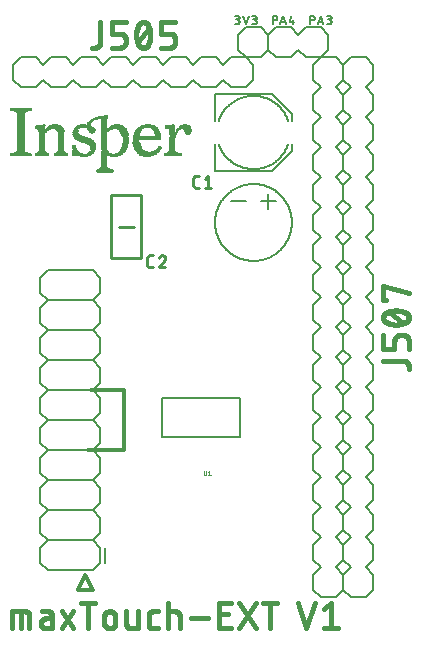
<source format=gbr>
G04 EAGLE Gerber RS-274X export*
G75*
%MOMM*%
%FSLAX34Y34*%
%LPD*%
%INSilkscreen Top*%
%IPPOS*%
%AMOC8*
5,1,8,0,0,1.08239X$1,22.5*%
G01*
%ADD10C,0.152400*%
%ADD11C,0.300000*%
%ADD12C,0.127000*%
%ADD13R,1.346200X0.025400*%
%ADD14R,1.422400X0.025400*%
%ADD15R,1.447800X0.025400*%
%ADD16R,1.371600X0.025400*%
%ADD17R,1.041400X0.025400*%
%ADD18R,0.914400X0.025400*%
%ADD19R,0.787400X0.025400*%
%ADD20R,0.736600X0.025400*%
%ADD21R,0.685800X0.025400*%
%ADD22R,0.635000X0.025400*%
%ADD23R,0.609600X0.025400*%
%ADD24R,0.584200X0.025400*%
%ADD25R,0.558800X0.025400*%
%ADD26R,0.533400X0.025400*%
%ADD27R,0.431800X0.025400*%
%ADD28R,0.381000X0.025400*%
%ADD29R,0.457200X0.025400*%
%ADD30R,0.660400X0.025400*%
%ADD31R,0.711200X0.025400*%
%ADD32R,1.727200X0.025400*%
%ADD33R,1.143000X0.025400*%
%ADD34R,1.168400X0.025400*%
%ADD35R,0.152400X0.025400*%
%ADD36R,0.838200X0.025400*%
%ADD37R,0.889000X0.025400*%
%ADD38R,1.397000X0.025400*%
%ADD39R,1.778000X0.025400*%
%ADD40R,1.193800X0.025400*%
%ADD41R,1.219200X0.025400*%
%ADD42R,0.254000X0.025400*%
%ADD43R,0.990600X0.025400*%
%ADD44R,1.803400X0.025400*%
%ADD45R,1.244600X0.025400*%
%ADD46R,0.304800X0.025400*%
%ADD47R,1.016000X0.025400*%
%ADD48R,1.600200X0.025400*%
%ADD49R,1.117600X0.025400*%
%ADD50R,1.270000X0.025400*%
%ADD51R,1.625600X0.025400*%
%ADD52R,1.676400X0.025400*%
%ADD53R,1.752600X0.025400*%
%ADD54R,1.701800X0.025400*%
%ADD55R,1.498600X0.025400*%
%ADD56R,1.574800X0.025400*%
%ADD57R,0.508000X0.025400*%
%ADD58R,0.812800X0.025400*%
%ADD59R,1.092200X0.025400*%
%ADD60R,0.762000X0.025400*%
%ADD61R,0.406400X0.025400*%
%ADD62R,1.854200X0.025400*%
%ADD63R,1.905000X0.025400*%
%ADD64R,0.482600X0.025400*%
%ADD65R,0.863600X0.025400*%
%ADD66R,0.355600X0.025400*%
%ADD67R,0.330200X0.025400*%
%ADD68R,0.279400X0.025400*%
%ADD69R,0.203200X0.025400*%
%ADD70R,0.127000X0.025400*%
%ADD71R,0.076200X0.025400*%
%ADD72R,0.228600X0.025400*%
%ADD73R,1.295400X0.025400*%
%ADD74R,1.320800X0.025400*%
%ADD75R,2.413000X0.025400*%
%ADD76R,2.438400X0.025400*%
%ADD77R,0.939800X0.025400*%
%ADD78R,2.362200X0.025400*%
%ADD79R,0.177800X0.025400*%
%ADD80R,1.066800X0.025400*%
%ADD81R,2.133600X0.025400*%
%ADD82R,2.108200X0.025400*%
%ADD83R,1.524000X0.025400*%
%ADD84R,1.473200X0.025400*%
%ADD85R,0.965200X0.025400*%
%ADD86C,0.381000*%
%ADD87C,0.330200*%
%ADD88C,0.203200*%
%ADD89C,0.254000*%
%ADD90C,0.025400*%


D10*
X101600Y213360D02*
X106680Y213360D01*
X106680Y162560D02*
X101600Y162560D01*
D11*
X106680Y213360D02*
X78740Y213360D01*
X106680Y213360D02*
X106680Y162560D01*
X76200Y162560D01*
D12*
X232282Y523621D02*
X232282Y530479D01*
X234187Y530479D01*
X234272Y530477D01*
X234358Y530471D01*
X234443Y530462D01*
X234527Y530448D01*
X234611Y530431D01*
X234694Y530410D01*
X234776Y530386D01*
X234856Y530358D01*
X234936Y530326D01*
X235014Y530290D01*
X235090Y530252D01*
X235164Y530209D01*
X235236Y530164D01*
X235307Y530115D01*
X235375Y530063D01*
X235440Y530009D01*
X235503Y529951D01*
X235564Y529890D01*
X235622Y529827D01*
X235676Y529762D01*
X235728Y529694D01*
X235777Y529623D01*
X235822Y529551D01*
X235865Y529477D01*
X235903Y529401D01*
X235939Y529323D01*
X235971Y529243D01*
X235999Y529163D01*
X236023Y529081D01*
X236044Y528998D01*
X236061Y528914D01*
X236075Y528830D01*
X236084Y528745D01*
X236090Y528659D01*
X236092Y528574D01*
X236090Y528489D01*
X236084Y528403D01*
X236075Y528318D01*
X236061Y528234D01*
X236044Y528150D01*
X236023Y528067D01*
X235999Y527985D01*
X235971Y527905D01*
X235939Y527825D01*
X235903Y527747D01*
X235865Y527671D01*
X235822Y527597D01*
X235777Y527525D01*
X235728Y527454D01*
X235676Y527386D01*
X235622Y527321D01*
X235564Y527258D01*
X235503Y527197D01*
X235440Y527139D01*
X235375Y527085D01*
X235307Y527033D01*
X235236Y526984D01*
X235164Y526939D01*
X235090Y526896D01*
X235014Y526858D01*
X234936Y526822D01*
X234856Y526790D01*
X234776Y526762D01*
X234694Y526738D01*
X234611Y526717D01*
X234527Y526700D01*
X234443Y526686D01*
X234358Y526677D01*
X234272Y526671D01*
X234187Y526669D01*
X232282Y526669D01*
X238812Y523621D02*
X241098Y530479D01*
X243384Y523621D01*
X242813Y525336D02*
X239384Y525336D01*
X246508Y525145D02*
X248032Y530479D01*
X246508Y525145D02*
X250318Y525145D01*
X249175Y526669D02*
X249175Y523621D01*
X264032Y523621D02*
X264032Y530479D01*
X265937Y530479D01*
X266022Y530477D01*
X266108Y530471D01*
X266193Y530462D01*
X266277Y530448D01*
X266361Y530431D01*
X266444Y530410D01*
X266526Y530386D01*
X266606Y530358D01*
X266686Y530326D01*
X266764Y530290D01*
X266840Y530252D01*
X266914Y530209D01*
X266986Y530164D01*
X267057Y530115D01*
X267125Y530063D01*
X267190Y530009D01*
X267253Y529951D01*
X267314Y529890D01*
X267372Y529827D01*
X267426Y529762D01*
X267478Y529694D01*
X267527Y529623D01*
X267572Y529551D01*
X267615Y529477D01*
X267653Y529401D01*
X267689Y529323D01*
X267721Y529243D01*
X267749Y529163D01*
X267773Y529081D01*
X267794Y528998D01*
X267811Y528914D01*
X267825Y528830D01*
X267834Y528745D01*
X267840Y528659D01*
X267842Y528574D01*
X267840Y528489D01*
X267834Y528403D01*
X267825Y528318D01*
X267811Y528234D01*
X267794Y528150D01*
X267773Y528067D01*
X267749Y527985D01*
X267721Y527905D01*
X267689Y527825D01*
X267653Y527747D01*
X267615Y527671D01*
X267572Y527597D01*
X267527Y527525D01*
X267478Y527454D01*
X267426Y527386D01*
X267372Y527321D01*
X267314Y527258D01*
X267253Y527197D01*
X267190Y527139D01*
X267125Y527085D01*
X267057Y527033D01*
X266986Y526984D01*
X266914Y526939D01*
X266840Y526896D01*
X266764Y526858D01*
X266686Y526822D01*
X266606Y526790D01*
X266526Y526762D01*
X266444Y526738D01*
X266361Y526717D01*
X266277Y526700D01*
X266193Y526686D01*
X266108Y526677D01*
X266022Y526671D01*
X265937Y526669D01*
X264032Y526669D01*
X270562Y523621D02*
X272848Y530479D01*
X275134Y523621D01*
X274563Y525336D02*
X271134Y525336D01*
X278258Y523621D02*
X280163Y523621D01*
X280248Y523623D01*
X280334Y523629D01*
X280419Y523638D01*
X280503Y523652D01*
X280587Y523669D01*
X280670Y523690D01*
X280752Y523714D01*
X280832Y523742D01*
X280912Y523774D01*
X280990Y523810D01*
X281066Y523848D01*
X281140Y523891D01*
X281212Y523936D01*
X281283Y523985D01*
X281351Y524037D01*
X281416Y524091D01*
X281479Y524149D01*
X281540Y524210D01*
X281598Y524273D01*
X281652Y524338D01*
X281704Y524406D01*
X281753Y524477D01*
X281798Y524549D01*
X281841Y524623D01*
X281879Y524699D01*
X281915Y524777D01*
X281947Y524857D01*
X281975Y524937D01*
X281999Y525019D01*
X282020Y525102D01*
X282037Y525186D01*
X282051Y525270D01*
X282060Y525355D01*
X282066Y525441D01*
X282068Y525526D01*
X282066Y525611D01*
X282060Y525697D01*
X282051Y525782D01*
X282037Y525866D01*
X282020Y525950D01*
X281999Y526033D01*
X281975Y526115D01*
X281947Y526195D01*
X281915Y526275D01*
X281879Y526353D01*
X281841Y526429D01*
X281798Y526503D01*
X281753Y526575D01*
X281704Y526646D01*
X281652Y526714D01*
X281598Y526779D01*
X281540Y526842D01*
X281479Y526903D01*
X281416Y526961D01*
X281351Y527015D01*
X281283Y527067D01*
X281212Y527116D01*
X281140Y527161D01*
X281066Y527204D01*
X280990Y527242D01*
X280912Y527278D01*
X280832Y527310D01*
X280752Y527338D01*
X280670Y527362D01*
X280587Y527383D01*
X280503Y527400D01*
X280419Y527414D01*
X280334Y527423D01*
X280248Y527429D01*
X280163Y527431D01*
X280544Y530479D02*
X278258Y530479D01*
X280544Y530479D02*
X280621Y530477D01*
X280698Y530471D01*
X280775Y530461D01*
X280851Y530448D01*
X280926Y530430D01*
X281000Y530409D01*
X281073Y530384D01*
X281145Y530355D01*
X281215Y530323D01*
X281284Y530288D01*
X281350Y530248D01*
X281415Y530206D01*
X281477Y530160D01*
X281537Y530111D01*
X281594Y530060D01*
X281649Y530005D01*
X281700Y529948D01*
X281749Y529888D01*
X281795Y529826D01*
X281837Y529761D01*
X281877Y529695D01*
X281912Y529626D01*
X281944Y529556D01*
X281973Y529484D01*
X281998Y529411D01*
X282019Y529337D01*
X282037Y529262D01*
X282050Y529186D01*
X282060Y529109D01*
X282066Y529032D01*
X282068Y528955D01*
X282066Y528878D01*
X282060Y528801D01*
X282050Y528724D01*
X282037Y528648D01*
X282019Y528573D01*
X281998Y528499D01*
X281973Y528426D01*
X281944Y528354D01*
X281912Y528284D01*
X281877Y528215D01*
X281837Y528149D01*
X281795Y528084D01*
X281749Y528022D01*
X281700Y527962D01*
X281649Y527905D01*
X281594Y527850D01*
X281537Y527799D01*
X281477Y527750D01*
X281415Y527704D01*
X281350Y527662D01*
X281284Y527622D01*
X281215Y527587D01*
X281145Y527555D01*
X281073Y527526D01*
X281000Y527501D01*
X280926Y527480D01*
X280851Y527462D01*
X280775Y527449D01*
X280698Y527439D01*
X280621Y527433D01*
X280544Y527431D01*
X279020Y527431D01*
D13*
X90226Y397774D03*
D14*
X90353Y398028D03*
D15*
X90226Y398282D03*
X90226Y398536D03*
X90226Y398790D03*
X90226Y399044D03*
X90226Y399298D03*
X90226Y399552D03*
D14*
X90353Y399806D03*
D16*
X90353Y400060D03*
D17*
X89972Y400314D03*
D18*
X89845Y400568D03*
D19*
X89718Y400822D03*
D20*
X89718Y401076D03*
D21*
X89718Y401330D03*
D22*
X89718Y401584D03*
D23*
X89591Y401838D03*
D24*
X89718Y402092D03*
X89718Y402346D03*
D25*
X89591Y402600D03*
X89591Y402854D03*
X89591Y403108D03*
X89591Y403362D03*
D26*
X89718Y403616D03*
X89718Y403870D03*
X89718Y404124D03*
X89718Y404378D03*
X89718Y404632D03*
X89718Y404886D03*
X89718Y405140D03*
X89718Y405394D03*
X89718Y405648D03*
X89718Y405902D03*
X89718Y406156D03*
X89718Y406410D03*
X89718Y406664D03*
X89718Y406918D03*
X89718Y407172D03*
X89718Y407426D03*
X89718Y407680D03*
X89718Y407934D03*
X89718Y408188D03*
X89718Y408442D03*
X89718Y408696D03*
X89718Y408950D03*
X89718Y409204D03*
X89718Y409458D03*
X89718Y409712D03*
X89718Y409966D03*
X89718Y410220D03*
X89718Y410474D03*
X89718Y410728D03*
D27*
X72954Y410982D03*
D26*
X89718Y410982D03*
D28*
X98100Y410982D03*
D29*
X126167Y410982D03*
D30*
X72827Y411236D03*
D26*
X89718Y411236D03*
D22*
X98100Y411236D03*
D31*
X126167Y411236D03*
D32*
X18725Y411490D03*
D33*
X37140Y411490D03*
D34*
X53269Y411490D03*
D35*
X63683Y411490D03*
D36*
X72700Y411490D03*
D26*
X89718Y411490D03*
D19*
X98100Y411490D03*
D37*
X126294Y411490D03*
D38*
X147884Y411490D03*
D39*
X18725Y411744D03*
D40*
X37140Y411744D03*
D41*
X53269Y411744D03*
D42*
X63937Y411744D03*
D43*
X72700Y411744D03*
D26*
X89718Y411744D03*
D18*
X98227Y411744D03*
D17*
X126294Y411744D03*
D15*
X147884Y411744D03*
D44*
X18852Y411998D03*
D45*
X37140Y411998D03*
D41*
X53269Y411998D03*
D46*
X64191Y411998D03*
D34*
X72319Y411998D03*
D26*
X89718Y411998D03*
D47*
X98227Y411998D03*
D34*
X126167Y411998D03*
D15*
X147884Y411998D03*
D44*
X18852Y412252D03*
D45*
X37140Y412252D03*
D41*
X53269Y412252D03*
D48*
X70668Y412252D03*
D26*
X89718Y412252D03*
D49*
X98227Y412252D03*
D50*
X126167Y412252D03*
D15*
X147884Y412252D03*
D44*
X18852Y412506D03*
D45*
X37140Y412506D03*
D41*
X53269Y412506D03*
D51*
X70795Y412506D03*
D32*
X95687Y412506D03*
D13*
X126294Y412506D03*
D15*
X147884Y412506D03*
D44*
X18852Y412760D03*
D45*
X37140Y412760D03*
D41*
X53269Y412760D03*
D52*
X71049Y412760D03*
D53*
X95814Y412760D03*
D14*
X126167Y412760D03*
D15*
X147884Y412760D03*
D44*
X18852Y413014D03*
D45*
X37140Y413014D03*
D41*
X53269Y413014D03*
D54*
X71176Y413014D03*
D44*
X96068Y413014D03*
D55*
X126294Y413014D03*
D15*
X147884Y413014D03*
D39*
X18725Y413268D03*
D45*
X37140Y413268D03*
D41*
X53269Y413268D03*
D37*
X67112Y413268D03*
D25*
X77145Y413268D03*
D18*
X91623Y413268D03*
D22*
X102164Y413268D03*
D56*
X126167Y413268D03*
D15*
X147884Y413268D03*
D39*
X18725Y413522D03*
D40*
X37140Y413522D03*
X53142Y413522D03*
D19*
X66604Y413522D03*
D57*
X77653Y413522D03*
D58*
X91115Y413522D03*
D24*
X102672Y413522D03*
D51*
X126167Y413522D03*
D15*
X147884Y413522D03*
D52*
X18725Y413776D03*
D59*
X37140Y413776D03*
D49*
X53269Y413776D03*
D20*
X66350Y413776D03*
D29*
X78161Y413776D03*
D60*
X90861Y413776D03*
D24*
X103180Y413776D03*
D50*
X147757Y413776D03*
D34*
X18725Y414030D03*
D36*
X37140Y414030D03*
X53142Y414030D03*
D21*
X66096Y414030D03*
D29*
X78415Y414030D03*
D31*
X90607Y414030D03*
D25*
X103561Y414030D03*
D53*
X126294Y414030D03*
D18*
X147503Y414030D03*
D47*
X18725Y414284D03*
D20*
X37140Y414284D03*
D60*
X53269Y414284D03*
D22*
X65842Y414284D03*
D27*
X78796Y414284D03*
D21*
X90480Y414284D03*
D26*
X103942Y414284D03*
D44*
X126294Y414284D03*
D19*
X147376Y414284D03*
D18*
X18725Y414538D03*
D21*
X37140Y414538D03*
D31*
X53269Y414538D03*
D23*
X65715Y414538D03*
D61*
X78923Y414538D03*
D30*
X90353Y414538D03*
D26*
X104196Y414538D03*
D62*
X126294Y414538D03*
D20*
X147376Y414538D03*
D58*
X18725Y414792D03*
D30*
X37013Y414792D03*
X53269Y414792D03*
D25*
X65461Y414792D03*
D61*
X79177Y414792D03*
D22*
X90226Y414792D03*
D26*
X104450Y414792D03*
D63*
X126294Y414792D03*
D21*
X147376Y414792D03*
D60*
X18725Y415046D03*
D22*
X37140Y415046D03*
X53142Y415046D03*
D26*
X65334Y415046D03*
D27*
X79304Y415046D03*
D23*
X90099Y415046D03*
D57*
X104577Y415046D03*
D17*
X121722Y415046D03*
D30*
X132771Y415046D03*
D22*
X147376Y415046D03*
D31*
X18725Y415300D03*
D23*
X37013Y415300D03*
X53269Y415300D03*
D57*
X65207Y415300D03*
D61*
X79431Y415300D03*
D23*
X90099Y415300D03*
D57*
X104831Y415300D03*
D18*
X121087Y415300D03*
D26*
X133406Y415300D03*
D23*
X147249Y415300D03*
D31*
X18725Y415554D03*
D24*
X37140Y415554D03*
X53142Y415554D03*
D64*
X65080Y415554D03*
D61*
X79685Y415554D03*
D24*
X89972Y415554D03*
D57*
X105085Y415554D03*
D65*
X120579Y415554D03*
D64*
X133914Y415554D03*
D24*
X147376Y415554D03*
D30*
X18725Y415808D03*
D24*
X37140Y415808D03*
D25*
X53269Y415808D03*
D29*
X64953Y415808D03*
D61*
X79685Y415808D03*
D25*
X89845Y415808D03*
D57*
X105339Y415808D03*
D36*
X120198Y415808D03*
D29*
X134295Y415808D03*
D25*
X147249Y415808D03*
D30*
X18725Y416062D03*
D25*
X37013Y416062D03*
X53269Y416062D03*
D29*
X64953Y416062D03*
D61*
X79939Y416062D03*
D25*
X89845Y416062D03*
D64*
X105466Y416062D03*
D19*
X119944Y416062D03*
D27*
X134676Y416062D03*
D25*
X147249Y416062D03*
D22*
X18852Y416316D03*
D25*
X37013Y416316D03*
X53269Y416316D03*
D27*
X64826Y416316D03*
D61*
X79939Y416316D03*
D25*
X89845Y416316D03*
D57*
X105593Y416316D03*
D19*
X119690Y416316D03*
D61*
X135057Y416316D03*
D25*
X147249Y416316D03*
D23*
X18725Y416570D03*
D26*
X37140Y416570D03*
D25*
X53269Y416570D03*
D61*
X64699Y416570D03*
X79939Y416570D03*
D26*
X89718Y416570D03*
D57*
X105847Y416570D03*
D60*
X119309Y416570D03*
D28*
X135184Y416570D03*
D25*
X147249Y416570D03*
D23*
X18725Y416824D03*
D26*
X37140Y416824D03*
X53142Y416824D03*
D61*
X64699Y416824D03*
D27*
X80066Y416824D03*
D26*
X89718Y416824D03*
D64*
X105974Y416824D03*
D20*
X119182Y416824D03*
D28*
X135438Y416824D03*
D25*
X147249Y416824D03*
D23*
X18725Y417078D03*
D26*
X37140Y417078D03*
X53142Y417078D03*
D28*
X64572Y417078D03*
D27*
X80066Y417078D03*
D26*
X89718Y417078D03*
D20*
X118928Y417078D03*
D66*
X135819Y417078D03*
D25*
X147249Y417078D03*
D23*
X18725Y417332D03*
D26*
X37140Y417332D03*
X53142Y417332D03*
D66*
X64445Y417332D03*
D27*
X80066Y417332D03*
D26*
X89718Y417332D03*
D64*
X106228Y417332D03*
D31*
X118801Y417332D03*
D67*
X135946Y417332D03*
D26*
X147376Y417332D03*
D23*
X18725Y417586D03*
D26*
X37140Y417586D03*
X53142Y417586D03*
D66*
X64445Y417586D03*
D27*
X80066Y417586D03*
D26*
X89718Y417586D03*
D57*
X106355Y417586D03*
D31*
X118547Y417586D03*
D67*
X136200Y417586D03*
D26*
X147376Y417586D03*
D23*
X18725Y417840D03*
D26*
X37140Y417840D03*
X53142Y417840D03*
D67*
X64318Y417840D03*
D27*
X80066Y417840D03*
D26*
X89718Y417840D03*
D64*
X106482Y417840D03*
D21*
X118420Y417840D03*
D67*
X136454Y417840D03*
D26*
X147376Y417840D03*
D23*
X18725Y418094D03*
D26*
X37140Y418094D03*
X53142Y418094D03*
D67*
X64318Y418094D03*
D29*
X80193Y418094D03*
D26*
X89718Y418094D03*
D57*
X106609Y418094D03*
D30*
X118293Y418094D03*
D46*
X136581Y418094D03*
D26*
X147376Y418094D03*
D23*
X18725Y418348D03*
D26*
X37140Y418348D03*
X53142Y418348D03*
D67*
X64318Y418348D03*
D29*
X80193Y418348D03*
D26*
X89718Y418348D03*
D57*
X106609Y418348D03*
D21*
X118166Y418348D03*
D46*
X136835Y418348D03*
D26*
X147376Y418348D03*
D23*
X18725Y418602D03*
D26*
X37140Y418602D03*
X53142Y418602D03*
D46*
X64191Y418602D03*
D29*
X80193Y418602D03*
D26*
X89718Y418602D03*
D57*
X106863Y418602D03*
D46*
X136835Y418602D03*
D26*
X147376Y418602D03*
D23*
X18725Y418856D03*
D26*
X37140Y418856D03*
X53142Y418856D03*
D46*
X64191Y418856D03*
D29*
X80193Y418856D03*
D26*
X89718Y418856D03*
D57*
X106863Y418856D03*
D30*
X117785Y418856D03*
D46*
X137089Y418856D03*
D26*
X147376Y418856D03*
D23*
X18725Y419110D03*
D26*
X37140Y419110D03*
X53142Y419110D03*
D46*
X64191Y419110D03*
D64*
X80066Y419110D03*
D26*
X89718Y419110D03*
X106990Y419110D03*
D30*
X117785Y419110D03*
D42*
X137089Y419110D03*
D26*
X147376Y419110D03*
D23*
X18725Y419364D03*
D26*
X37140Y419364D03*
X53142Y419364D03*
D68*
X64064Y419364D03*
D64*
X80066Y419364D03*
D26*
X89718Y419364D03*
D57*
X107117Y419364D03*
D22*
X117658Y419364D03*
D69*
X137089Y419364D03*
D26*
X147376Y419364D03*
D23*
X18725Y419618D03*
D26*
X37140Y419618D03*
X53142Y419618D03*
D68*
X64064Y419618D03*
D57*
X79939Y419618D03*
D26*
X89718Y419618D03*
D57*
X107117Y419618D03*
D22*
X117658Y419618D03*
D70*
X136962Y419618D03*
D26*
X147376Y419618D03*
D23*
X18725Y419872D03*
D26*
X37140Y419872D03*
X53142Y419872D03*
D68*
X64064Y419872D03*
D26*
X79812Y419872D03*
X89718Y419872D03*
X107244Y419872D03*
D22*
X117404Y419872D03*
D71*
X136708Y419872D03*
D26*
X147376Y419872D03*
D23*
X18725Y420126D03*
D26*
X37140Y420126D03*
X53142Y420126D03*
D68*
X64064Y420126D03*
D26*
X79812Y420126D03*
X89718Y420126D03*
D57*
X107371Y420126D03*
D22*
X117404Y420126D03*
D26*
X147376Y420126D03*
D23*
X18725Y420380D03*
D26*
X37140Y420380D03*
X53142Y420380D03*
D72*
X64064Y420380D03*
D24*
X79558Y420380D03*
D26*
X89718Y420380D03*
D57*
X107371Y420380D03*
D23*
X117277Y420380D03*
D26*
X147376Y420380D03*
D23*
X18725Y420634D03*
D26*
X37140Y420634D03*
X53142Y420634D03*
D24*
X79304Y420634D03*
D26*
X89718Y420634D03*
D57*
X107371Y420634D03*
D23*
X117277Y420634D03*
D26*
X147376Y420634D03*
D23*
X18725Y420888D03*
D26*
X37140Y420888D03*
X53142Y420888D03*
D23*
X79177Y420888D03*
D26*
X89718Y420888D03*
X107498Y420888D03*
D22*
X117150Y420888D03*
D26*
X147376Y420888D03*
D23*
X18725Y421142D03*
D26*
X37140Y421142D03*
X53142Y421142D03*
D30*
X78923Y421142D03*
D26*
X89718Y421142D03*
X107498Y421142D03*
D23*
X117023Y421142D03*
D26*
X147376Y421142D03*
D23*
X18725Y421396D03*
D26*
X37140Y421396D03*
X53142Y421396D03*
D31*
X78669Y421396D03*
D26*
X89718Y421396D03*
X107498Y421396D03*
D23*
X117023Y421396D03*
D26*
X147376Y421396D03*
D23*
X18725Y421650D03*
D26*
X37140Y421650D03*
X53142Y421650D03*
D20*
X78288Y421650D03*
D26*
X89718Y421650D03*
X107498Y421650D03*
D23*
X117023Y421650D03*
D26*
X147376Y421650D03*
D23*
X18725Y421904D03*
D26*
X37140Y421904D03*
X53142Y421904D03*
D19*
X78034Y421904D03*
D26*
X89718Y421904D03*
X107752Y421904D03*
D24*
X116896Y421904D03*
D26*
X147376Y421904D03*
D23*
X18725Y422158D03*
D26*
X37140Y422158D03*
X53142Y422158D03*
D65*
X77653Y422158D03*
D26*
X89718Y422158D03*
X107752Y422158D03*
D24*
X116896Y422158D03*
D26*
X147376Y422158D03*
D23*
X18725Y422412D03*
D26*
X37140Y422412D03*
X53142Y422412D03*
D18*
X77145Y422412D03*
D26*
X89718Y422412D03*
X107752Y422412D03*
D23*
X116769Y422412D03*
D26*
X147376Y422412D03*
D23*
X18725Y422666D03*
D26*
X37140Y422666D03*
X53142Y422666D03*
D43*
X76764Y422666D03*
D26*
X89718Y422666D03*
X107752Y422666D03*
D23*
X116769Y422666D03*
D26*
X147376Y422666D03*
D23*
X18725Y422920D03*
D26*
X37140Y422920D03*
X53142Y422920D03*
D17*
X76256Y422920D03*
D26*
X89718Y422920D03*
X107752Y422920D03*
D23*
X116769Y422920D03*
D26*
X147376Y422920D03*
D23*
X18725Y423174D03*
D26*
X37140Y423174D03*
X53142Y423174D03*
D49*
X75875Y423174D03*
D26*
X89718Y423174D03*
X107752Y423174D03*
D24*
X116642Y423174D03*
D26*
X147376Y423174D03*
D23*
X18725Y423428D03*
D26*
X37140Y423428D03*
X53142Y423428D03*
D34*
X75367Y423428D03*
D26*
X89718Y423428D03*
X107752Y423428D03*
D24*
X116642Y423428D03*
D26*
X147376Y423428D03*
D23*
X18725Y423682D03*
D26*
X37140Y423682D03*
X53142Y423682D03*
D41*
X74859Y423682D03*
D26*
X89718Y423682D03*
D25*
X107879Y423682D03*
D24*
X116642Y423682D03*
D26*
X147376Y423682D03*
D23*
X18725Y423936D03*
D26*
X37140Y423936D03*
X53142Y423936D03*
D45*
X74478Y423936D03*
D26*
X89718Y423936D03*
D24*
X116642Y423936D03*
D26*
X147376Y423936D03*
D23*
X18725Y424190D03*
D26*
X37140Y424190D03*
X53142Y424190D03*
D73*
X73970Y424190D03*
D26*
X89718Y424190D03*
D25*
X107879Y424190D03*
D24*
X116642Y424190D03*
D26*
X147376Y424190D03*
D23*
X18725Y424444D03*
D26*
X37140Y424444D03*
X53142Y424444D03*
D74*
X73589Y424444D03*
D26*
X89718Y424444D03*
D25*
X107879Y424444D03*
D24*
X116642Y424444D03*
D26*
X147376Y424444D03*
D23*
X18725Y424698D03*
D26*
X37140Y424698D03*
X53142Y424698D03*
D13*
X73208Y424698D03*
D26*
X89718Y424698D03*
D25*
X107879Y424698D03*
D24*
X116642Y424698D03*
D26*
X147376Y424698D03*
D23*
X18725Y424952D03*
D26*
X37140Y424952D03*
X53142Y424952D03*
D13*
X72954Y424952D03*
D26*
X89718Y424952D03*
D25*
X107879Y424952D03*
D24*
X116642Y424952D03*
D26*
X147376Y424952D03*
D23*
X18725Y425206D03*
D26*
X37140Y425206D03*
X53142Y425206D03*
D13*
X72446Y425206D03*
D26*
X89718Y425206D03*
D25*
X107879Y425206D03*
D24*
X116642Y425206D03*
D26*
X147376Y425206D03*
D23*
X18725Y425460D03*
D26*
X37140Y425460D03*
X53142Y425460D03*
D13*
X72192Y425460D03*
D26*
X89718Y425460D03*
D25*
X107879Y425460D03*
D24*
X116642Y425460D03*
D26*
X147376Y425460D03*
D23*
X18725Y425714D03*
D26*
X37140Y425714D03*
X53142Y425714D03*
D74*
X71811Y425714D03*
D25*
X107879Y425714D03*
D75*
X125786Y425714D03*
D26*
X147376Y425714D03*
D23*
X18725Y425968D03*
D26*
X37140Y425968D03*
X53142Y425968D03*
D74*
X71303Y425968D03*
D26*
X89718Y425968D03*
D25*
X107879Y425968D03*
D76*
X125913Y425968D03*
D26*
X147376Y425968D03*
D23*
X18725Y426222D03*
D26*
X37140Y426222D03*
X53142Y426222D03*
D73*
X70922Y426222D03*
D26*
X89718Y426222D03*
D24*
X107752Y426222D03*
D76*
X125913Y426222D03*
D26*
X147376Y426222D03*
D23*
X18725Y426476D03*
D26*
X37140Y426476D03*
X53142Y426476D03*
D41*
X70541Y426476D03*
D26*
X89718Y426476D03*
D24*
X107752Y426476D03*
D76*
X125913Y426476D03*
D26*
X147376Y426476D03*
D23*
X18725Y426730D03*
D26*
X37140Y426730D03*
X53142Y426730D03*
D40*
X70160Y426730D03*
D26*
X89718Y426730D03*
D24*
X107752Y426730D03*
D75*
X126040Y426730D03*
D26*
X147376Y426730D03*
D23*
X18725Y426984D03*
D26*
X37140Y426984D03*
X53142Y426984D03*
D33*
X69652Y426984D03*
D26*
X89718Y426984D03*
D24*
X107752Y426984D03*
D75*
X126040Y426984D03*
D26*
X147376Y426984D03*
D23*
X18725Y427238D03*
D26*
X37140Y427238D03*
X53142Y427238D03*
D59*
X69144Y427238D03*
D24*
X107752Y427238D03*
D75*
X126040Y427238D03*
D26*
X147376Y427238D03*
D23*
X18725Y427492D03*
D26*
X37140Y427492D03*
X53142Y427492D03*
D47*
X68763Y427492D03*
D26*
X89718Y427492D03*
D25*
X107625Y427492D03*
D75*
X126040Y427492D03*
D25*
X147503Y427492D03*
D23*
X18725Y427746D03*
D26*
X37140Y427746D03*
X53142Y427746D03*
D77*
X68128Y427746D03*
D26*
X89718Y427746D03*
D24*
X107498Y427746D03*
D75*
X126040Y427746D03*
D25*
X147503Y427746D03*
D23*
X18725Y428000D03*
D26*
X37140Y428000D03*
X53142Y428000D03*
D65*
X67747Y428000D03*
D26*
X89718Y428000D03*
D24*
X107498Y428000D03*
D75*
X126040Y428000D03*
D25*
X147503Y428000D03*
D23*
X18725Y428254D03*
D26*
X37140Y428254D03*
X53142Y428254D03*
D19*
X67366Y428254D03*
D26*
X89718Y428254D03*
D24*
X107498Y428254D03*
D78*
X126040Y428254D03*
D25*
X147503Y428254D03*
D23*
X18725Y428508D03*
D26*
X37140Y428508D03*
X53142Y428508D03*
D60*
X66985Y428508D03*
D26*
X89718Y428508D03*
D24*
X107498Y428508D03*
D26*
X116896Y428508D03*
D24*
X134930Y428508D03*
D25*
X147503Y428508D03*
D23*
X18725Y428762D03*
D26*
X37140Y428762D03*
X53142Y428762D03*
D21*
X66604Y428762D03*
D26*
X89718Y428762D03*
D23*
X107371Y428762D03*
D26*
X116896Y428762D03*
D24*
X134930Y428762D03*
X147630Y428762D03*
D23*
X18725Y429016D03*
D26*
X37140Y429016D03*
X53142Y429016D03*
D22*
X66350Y429016D03*
D26*
X89718Y429016D03*
D23*
X107371Y429016D03*
D26*
X117150Y429016D03*
D24*
X134930Y429016D03*
X147630Y429016D03*
D23*
X18725Y429270D03*
D26*
X37140Y429270D03*
X53142Y429270D03*
D23*
X65969Y429270D03*
D26*
X89718Y429270D03*
D23*
X107371Y429270D03*
D26*
X117150Y429270D03*
D24*
X134930Y429270D03*
X147630Y429270D03*
D23*
X18725Y429524D03*
D26*
X37140Y429524D03*
X53142Y429524D03*
D24*
X65842Y429524D03*
D26*
X89718Y429524D03*
D24*
X107244Y429524D03*
D26*
X117150Y429524D03*
D25*
X134803Y429524D03*
D23*
X147757Y429524D03*
D79*
X160838Y429524D03*
D23*
X18725Y429778D03*
D26*
X37140Y429778D03*
X53142Y429778D03*
D25*
X65715Y429778D03*
D26*
X89718Y429778D03*
D23*
X107117Y429778D03*
D26*
X117150Y429778D03*
D25*
X134803Y429778D03*
D23*
X147757Y429778D03*
D68*
X160838Y429778D03*
D23*
X18725Y430032D03*
D26*
X37140Y430032D03*
X53142Y430032D03*
X65588Y430032D03*
X89718Y430032D03*
D23*
X107117Y430032D03*
D57*
X117277Y430032D03*
D25*
X134803Y430032D03*
D22*
X147884Y430032D03*
D66*
X160711Y430032D03*
D23*
X18725Y430286D03*
D26*
X37140Y430286D03*
X53142Y430286D03*
D57*
X65461Y430286D03*
D26*
X89718Y430286D03*
D22*
X106990Y430286D03*
D26*
X117404Y430286D03*
D25*
X134803Y430286D03*
D22*
X147884Y430286D03*
D27*
X160838Y430286D03*
D23*
X18725Y430540D03*
D26*
X37140Y430540D03*
X53142Y430540D03*
D64*
X65334Y430540D03*
D26*
X89718Y430540D03*
D23*
X106863Y430540D03*
D57*
X117531Y430540D03*
D26*
X134676Y430540D03*
D30*
X148011Y430540D03*
D29*
X160711Y430540D03*
D23*
X18725Y430794D03*
D25*
X37267Y430794D03*
D26*
X53142Y430794D03*
D64*
X65334Y430794D03*
D72*
X79304Y430794D03*
D26*
X89718Y430794D03*
D22*
X106736Y430794D03*
D57*
X117531Y430794D03*
D25*
X134549Y430794D03*
D30*
X148011Y430794D03*
D57*
X160711Y430794D03*
D23*
X18725Y431048D03*
D24*
X37394Y431048D03*
D26*
X53142Y431048D03*
D29*
X65207Y431048D03*
D67*
X79304Y431048D03*
D26*
X89718Y431048D03*
D22*
X106736Y431048D03*
D57*
X117531Y431048D03*
D25*
X134549Y431048D03*
D21*
X148138Y431048D03*
D26*
X160838Y431048D03*
D23*
X18725Y431302D03*
X37521Y431302D03*
D25*
X53015Y431302D03*
D29*
X65207Y431302D03*
D28*
X79304Y431302D03*
D26*
X89718Y431302D03*
D30*
X106609Y431302D03*
D57*
X117785Y431302D03*
D26*
X134422Y431302D03*
D21*
X148138Y431302D03*
D25*
X160711Y431302D03*
D23*
X18725Y431556D03*
D22*
X37648Y431556D03*
D25*
X53015Y431556D03*
D29*
X65207Y431556D03*
D27*
X79304Y431556D03*
D26*
X89718Y431556D03*
D22*
X106482Y431556D03*
D57*
X117785Y431556D03*
D26*
X134422Y431556D03*
D31*
X148265Y431556D03*
D25*
X160711Y431556D03*
D23*
X18725Y431810D03*
D21*
X37648Y431810D03*
D25*
X53015Y431810D03*
D27*
X65334Y431810D03*
D64*
X79304Y431810D03*
D25*
X89845Y431810D03*
D30*
X106355Y431810D03*
D57*
X118039Y431810D03*
D26*
X134168Y431810D03*
D57*
X146995Y431810D03*
D69*
X150805Y431810D03*
D24*
X160838Y431810D03*
D23*
X18725Y432064D03*
D31*
X37775Y432064D03*
D24*
X52888Y432064D03*
D27*
X65334Y432064D03*
D26*
X79304Y432064D03*
D24*
X89972Y432064D03*
D21*
X106228Y432064D03*
D64*
X118166Y432064D03*
D26*
X134168Y432064D03*
D57*
X146995Y432064D03*
D69*
X151059Y432064D03*
D24*
X160838Y432064D03*
D23*
X18725Y432318D03*
D20*
X37902Y432318D03*
D24*
X52888Y432318D03*
D27*
X65334Y432318D03*
D26*
X79304Y432318D03*
D22*
X90226Y432318D03*
D21*
X105974Y432318D03*
D64*
X118166Y432318D03*
D25*
X134041Y432318D03*
D57*
X146995Y432318D03*
D69*
X151313Y432318D03*
D24*
X160838Y432318D03*
D23*
X18725Y432572D03*
D60*
X38029Y432572D03*
D23*
X52761Y432572D03*
D27*
X65334Y432572D03*
D25*
X79177Y432572D03*
D30*
X90353Y432572D03*
D31*
X105847Y432572D03*
D64*
X118420Y432572D03*
D26*
X133914Y432572D03*
D57*
X146995Y432572D03*
D72*
X151440Y432572D03*
D23*
X160711Y432572D03*
X18725Y432826D03*
D58*
X38029Y432826D03*
D23*
X52761Y432826D03*
D27*
X65334Y432826D03*
D24*
X79304Y432826D03*
D21*
X90480Y432826D03*
D31*
X105593Y432826D03*
D57*
X118547Y432826D03*
D25*
X133787Y432826D03*
D57*
X146995Y432826D03*
D72*
X151694Y432826D03*
D23*
X160711Y432826D03*
X18725Y433080D03*
D65*
X38283Y433080D03*
D23*
X52507Y433080D03*
D61*
X65461Y433080D03*
D23*
X79177Y433080D03*
D20*
X90734Y433080D03*
X105466Y433080D03*
D64*
X118674Y433080D03*
D26*
X133660Y433080D03*
D57*
X146995Y433080D03*
D72*
X151694Y433080D03*
D23*
X160711Y433080D03*
X18725Y433334D03*
D18*
X38283Y433334D03*
D22*
X52380Y433334D03*
D61*
X65461Y433334D03*
D23*
X79177Y433334D03*
D60*
X90861Y433334D03*
D20*
X105212Y433334D03*
D64*
X118928Y433334D03*
D26*
X133406Y433334D03*
X146868Y433334D03*
D42*
X152075Y433334D03*
D22*
X160584Y433334D03*
D23*
X18725Y433588D03*
D43*
X38410Y433588D03*
D30*
X52253Y433588D03*
D61*
X65715Y433588D03*
D22*
X79050Y433588D03*
D58*
X91115Y433588D03*
D19*
X104958Y433588D03*
D64*
X119182Y433588D03*
D26*
X133406Y433588D03*
X146868Y433588D03*
D42*
X152329Y433588D03*
D30*
X160457Y433588D03*
D23*
X18725Y433842D03*
D80*
X38537Y433842D03*
D31*
X51999Y433842D03*
D61*
X65715Y433842D03*
D22*
X79050Y433842D03*
D65*
X91369Y433842D03*
D19*
X104704Y433842D03*
D64*
X119182Y433842D03*
D26*
X133152Y433842D03*
D25*
X146741Y433842D03*
D68*
X152456Y433842D03*
D30*
X160203Y433842D03*
D23*
X18725Y434096D03*
D31*
X36251Y434096D03*
D29*
X42347Y434096D03*
D20*
X51618Y434096D03*
D61*
X65969Y434096D03*
D22*
X78796Y434096D03*
D77*
X91750Y434096D03*
D65*
X104323Y434096D03*
D64*
X119436Y434096D03*
D26*
X132898Y434096D03*
D24*
X146614Y434096D03*
D46*
X152837Y434096D03*
D21*
X160076Y434096D03*
D23*
X18725Y434350D03*
D60*
X35997Y434350D03*
D55*
X47808Y434350D03*
D61*
X65969Y434350D03*
D30*
X78669Y434350D03*
D81*
X97719Y434350D03*
D64*
X119690Y434350D03*
D25*
X132771Y434350D03*
D22*
X146360Y434350D03*
D40*
X157536Y434350D03*
D23*
X18725Y434604D03*
D36*
X35616Y434604D03*
D15*
X47808Y434604D03*
D61*
X66223Y434604D03*
D30*
X78669Y434604D03*
D82*
X97592Y434604D03*
D64*
X119944Y434604D03*
D25*
X132517Y434604D03*
D31*
X145979Y434604D03*
D34*
X157409Y434604D03*
D23*
X18725Y434858D03*
D65*
X35489Y434858D03*
D14*
X47935Y434858D03*
D27*
X66350Y434858D03*
D30*
X78415Y434858D03*
D26*
X89718Y434858D03*
D83*
X100513Y434858D03*
D57*
X120325Y434858D03*
D25*
X132263Y434858D03*
D58*
X145471Y434858D03*
D33*
X157536Y434858D03*
D23*
X18725Y435112D03*
D37*
X35362Y435112D03*
D13*
X48062Y435112D03*
D29*
X66731Y435112D03*
D21*
X78034Y435112D03*
D26*
X89718Y435112D03*
D84*
X100513Y435112D03*
D57*
X120579Y435112D03*
D24*
X131882Y435112D03*
D37*
X145090Y435112D03*
D59*
X157536Y435112D03*
D23*
X18725Y435366D03*
D37*
X35362Y435366D03*
D73*
X48062Y435366D03*
D29*
X66985Y435366D03*
D31*
X77653Y435366D03*
D26*
X89718Y435366D03*
D38*
X100640Y435366D03*
D26*
X120960Y435366D03*
D23*
X131501Y435366D03*
D18*
X144963Y435366D03*
D80*
X157663Y435366D03*
D23*
X18725Y435620D03*
D37*
X35362Y435620D03*
D50*
X48189Y435620D03*
D64*
X67366Y435620D03*
D60*
X77145Y435620D03*
D26*
X89718Y435620D03*
D13*
X100640Y435620D03*
D25*
X121595Y435620D03*
D22*
X131120Y435620D03*
D18*
X144963Y435620D03*
D47*
X157663Y435620D03*
D23*
X18725Y435874D03*
D37*
X35362Y435874D03*
D41*
X48189Y435874D03*
D83*
X72827Y435874D03*
D26*
X89718Y435874D03*
D73*
X100640Y435874D03*
D55*
X126548Y435874D03*
D18*
X144963Y435874D03*
D85*
X157663Y435874D03*
D23*
X18725Y436128D03*
D37*
X35362Y436128D03*
D34*
X48189Y436128D03*
D14*
X72573Y436128D03*
D26*
X89718Y436128D03*
D41*
X100767Y436128D03*
D14*
X126421Y436128D03*
D18*
X144963Y436128D03*
D77*
X157790Y436128D03*
D23*
X18725Y436382D03*
D65*
X35489Y436382D03*
D59*
X48316Y436382D03*
D13*
X72446Y436382D03*
D26*
X89718Y436382D03*
D34*
X100767Y436382D03*
D13*
X126548Y436382D03*
D18*
X144963Y436382D03*
D37*
X157790Y436382D03*
D23*
X18725Y436636D03*
D65*
X35489Y436636D03*
D17*
X48316Y436636D03*
D45*
X72446Y436636D03*
D26*
X89718Y436636D03*
D80*
X100767Y436636D03*
D45*
X126548Y436636D03*
D18*
X144963Y436636D03*
D36*
X157790Y436636D03*
D23*
X18725Y436890D03*
D60*
X35997Y436890D03*
D77*
X48316Y436890D03*
D40*
X72446Y436890D03*
D26*
X89718Y436890D03*
D47*
X100767Y436890D03*
D33*
X126548Y436890D03*
D37*
X145090Y436890D03*
D19*
X157790Y436890D03*
D23*
X18725Y437144D03*
X36759Y437144D03*
D65*
X48443Y437144D03*
D49*
X72573Y437144D03*
D26*
X89718Y437144D03*
D18*
X100767Y437144D03*
D17*
X126548Y437144D03*
D65*
X145217Y437144D03*
D31*
X157917Y437144D03*
D23*
X18725Y437398D03*
D29*
X37521Y437398D03*
D60*
X48443Y437398D03*
D17*
X72700Y437398D03*
D26*
X89718Y437398D03*
D58*
X100767Y437398D03*
D77*
X126548Y437398D03*
D30*
X146233Y437398D03*
D23*
X157917Y437398D03*
X18725Y437652D03*
D67*
X38156Y437652D03*
D22*
X48316Y437652D03*
D85*
X73081Y437652D03*
D26*
X89718Y437652D03*
D30*
X100767Y437652D03*
D19*
X126548Y437652D03*
D29*
X147249Y437652D03*
D57*
X157917Y437652D03*
D23*
X18725Y437906D03*
D79*
X38918Y437906D03*
D64*
X48316Y437906D03*
D25*
X71811Y437906D03*
D46*
X76383Y437906D03*
D26*
X89718Y437906D03*
D57*
X100767Y437906D03*
D24*
X126548Y437906D03*
D72*
X148138Y437906D03*
D28*
X158044Y437906D03*
D23*
X18725Y438160D03*
D79*
X48316Y438160D03*
D42*
X71811Y438160D03*
D46*
X76383Y438160D03*
D26*
X89718Y438160D03*
D69*
X100767Y438160D03*
D72*
X126548Y438160D03*
D35*
X158171Y438160D03*
D23*
X18725Y438414D03*
D68*
X76510Y438414D03*
D26*
X89718Y438414D03*
D23*
X18725Y438668D03*
D68*
X76510Y438668D03*
D26*
X89718Y438668D03*
D23*
X18725Y438922D03*
D68*
X76764Y438922D03*
D26*
X89718Y438922D03*
D23*
X18725Y439176D03*
D42*
X76891Y439176D03*
D26*
X89718Y439176D03*
D23*
X18725Y439430D03*
D68*
X77018Y439430D03*
D26*
X89718Y439430D03*
D23*
X18725Y439684D03*
D68*
X77272Y439684D03*
D26*
X89718Y439684D03*
D23*
X18725Y439938D03*
D68*
X77526Y439938D03*
D26*
X89718Y439938D03*
D23*
X18725Y440192D03*
D68*
X77780Y440192D03*
D26*
X89718Y440192D03*
D23*
X18725Y440446D03*
D68*
X78034Y440446D03*
D26*
X89718Y440446D03*
D23*
X18725Y440700D03*
D68*
X78288Y440700D03*
D26*
X89718Y440700D03*
D23*
X18725Y440954D03*
D68*
X78542Y440954D03*
D26*
X89718Y440954D03*
D23*
X18725Y441208D03*
D46*
X78923Y441208D03*
D26*
X89718Y441208D03*
D23*
X18725Y441462D03*
D46*
X79177Y441462D03*
D26*
X89718Y441462D03*
D23*
X18725Y441716D03*
D67*
X79558Y441716D03*
D26*
X89718Y441716D03*
D23*
X18725Y441970D03*
D67*
X80066Y441970D03*
D26*
X89718Y441970D03*
D23*
X18725Y442224D03*
D28*
X80574Y442224D03*
D25*
X89591Y442224D03*
D23*
X18725Y442478D03*
D61*
X81209Y442478D03*
D25*
X89591Y442478D03*
D23*
X18725Y442732D03*
D64*
X81844Y442732D03*
D24*
X89464Y442732D03*
D23*
X18725Y442986D03*
D45*
X86162Y442986D03*
D23*
X18725Y443240D03*
D40*
X86416Y443240D03*
D23*
X18725Y443494D03*
D49*
X86797Y443494D03*
D23*
X18725Y443748D03*
D17*
X87178Y443748D03*
D23*
X18725Y444002D03*
D85*
X87559Y444002D03*
D23*
X18725Y444256D03*
D37*
X87940Y444256D03*
D23*
X18725Y444510D03*
D58*
X88321Y444510D03*
D23*
X18725Y444764D03*
D31*
X88829Y444764D03*
D23*
X18725Y445018D03*
D24*
X89464Y445018D03*
D23*
X18725Y445272D03*
D29*
X90099Y445272D03*
D23*
X18725Y445526D03*
D46*
X90861Y445526D03*
D23*
X18725Y445780D03*
D71*
X91750Y445780D03*
D23*
X18725Y446034D03*
X18725Y446288D03*
X18725Y446542D03*
X18725Y446796D03*
X18725Y447050D03*
D30*
X18725Y447304D03*
X18725Y447558D03*
X18725Y447812D03*
D31*
X18725Y448066D03*
D60*
X18725Y448320D03*
D58*
X18725Y448574D03*
D65*
X18725Y448828D03*
D85*
X18725Y449082D03*
D49*
X18725Y449336D03*
D16*
X18725Y449590D03*
D32*
X18725Y449844D03*
D39*
X18725Y450098D03*
D44*
X18852Y450352D03*
X18852Y450606D03*
X18852Y450860D03*
X18852Y451114D03*
X18852Y451368D03*
D39*
X18725Y451622D03*
D32*
X18725Y451876D03*
D86*
X11905Y26298D02*
X11905Y11905D01*
X11905Y26298D02*
X22700Y26298D01*
X22818Y26296D01*
X22935Y26290D01*
X23053Y26281D01*
X23170Y26267D01*
X23286Y26250D01*
X23402Y26229D01*
X23517Y26204D01*
X23631Y26175D01*
X23744Y26143D01*
X23857Y26107D01*
X23967Y26067D01*
X24077Y26024D01*
X24185Y25977D01*
X24291Y25927D01*
X24396Y25873D01*
X24499Y25816D01*
X24600Y25755D01*
X24699Y25692D01*
X24796Y25625D01*
X24890Y25554D01*
X24983Y25481D01*
X25072Y25405D01*
X25160Y25326D01*
X25244Y25244D01*
X25326Y25160D01*
X25405Y25072D01*
X25481Y24983D01*
X25554Y24890D01*
X25625Y24796D01*
X25692Y24699D01*
X25755Y24600D01*
X25816Y24499D01*
X25873Y24396D01*
X25927Y24291D01*
X25977Y24185D01*
X26024Y24077D01*
X26067Y23967D01*
X26107Y23857D01*
X26143Y23744D01*
X26175Y23631D01*
X26204Y23517D01*
X26229Y23402D01*
X26250Y23286D01*
X26267Y23170D01*
X26281Y23053D01*
X26290Y22935D01*
X26296Y22818D01*
X26298Y22700D01*
X26298Y11905D01*
X19102Y11905D02*
X19102Y26298D01*
X39972Y20301D02*
X45369Y20301D01*
X39972Y20301D02*
X39844Y20299D01*
X39716Y20293D01*
X39588Y20283D01*
X39461Y20270D01*
X39334Y20252D01*
X39208Y20231D01*
X39082Y20206D01*
X38958Y20177D01*
X38834Y20144D01*
X38711Y20107D01*
X38590Y20067D01*
X38470Y20023D01*
X38351Y19975D01*
X38233Y19924D01*
X38118Y19869D01*
X38004Y19811D01*
X37892Y19749D01*
X37781Y19684D01*
X37673Y19616D01*
X37567Y19544D01*
X37463Y19469D01*
X37362Y19391D01*
X37263Y19310D01*
X37166Y19226D01*
X37072Y19139D01*
X36981Y19049D01*
X36893Y18956D01*
X36807Y18861D01*
X36724Y18763D01*
X36645Y18663D01*
X36568Y18560D01*
X36495Y18455D01*
X36425Y18348D01*
X36358Y18239D01*
X36294Y18128D01*
X36234Y18015D01*
X36178Y17900D01*
X36125Y17783D01*
X36075Y17665D01*
X36030Y17545D01*
X35987Y17425D01*
X35949Y17302D01*
X35914Y17179D01*
X35883Y17055D01*
X35856Y16930D01*
X35833Y16804D01*
X35813Y16677D01*
X35798Y16550D01*
X35786Y16423D01*
X35778Y16295D01*
X35774Y16167D01*
X35774Y16039D01*
X35778Y15911D01*
X35786Y15783D01*
X35798Y15656D01*
X35813Y15529D01*
X35833Y15402D01*
X35856Y15276D01*
X35883Y15151D01*
X35914Y15027D01*
X35949Y14904D01*
X35987Y14781D01*
X36030Y14661D01*
X36075Y14541D01*
X36125Y14423D01*
X36178Y14306D01*
X36234Y14191D01*
X36294Y14078D01*
X36358Y13967D01*
X36425Y13858D01*
X36495Y13751D01*
X36568Y13646D01*
X36645Y13543D01*
X36724Y13443D01*
X36807Y13345D01*
X36893Y13250D01*
X36981Y13157D01*
X37072Y13067D01*
X37166Y12980D01*
X37263Y12896D01*
X37362Y12815D01*
X37463Y12737D01*
X37567Y12662D01*
X37673Y12590D01*
X37781Y12522D01*
X37892Y12457D01*
X38004Y12395D01*
X38118Y12337D01*
X38233Y12282D01*
X38351Y12231D01*
X38470Y12183D01*
X38590Y12139D01*
X38711Y12099D01*
X38834Y12062D01*
X38958Y12029D01*
X39082Y12000D01*
X39208Y11975D01*
X39334Y11954D01*
X39461Y11936D01*
X39588Y11923D01*
X39716Y11913D01*
X39844Y11907D01*
X39972Y11905D01*
X45369Y11905D01*
X45369Y22700D01*
X45367Y22818D01*
X45361Y22935D01*
X45352Y23053D01*
X45338Y23170D01*
X45321Y23286D01*
X45300Y23402D01*
X45275Y23517D01*
X45246Y23631D01*
X45214Y23744D01*
X45178Y23857D01*
X45138Y23967D01*
X45095Y24077D01*
X45048Y24185D01*
X44998Y24291D01*
X44944Y24396D01*
X44887Y24499D01*
X44826Y24600D01*
X44763Y24699D01*
X44696Y24796D01*
X44625Y24890D01*
X44552Y24983D01*
X44476Y25072D01*
X44397Y25160D01*
X44315Y25244D01*
X44231Y25326D01*
X44143Y25405D01*
X44054Y25481D01*
X43961Y25554D01*
X43867Y25625D01*
X43770Y25692D01*
X43671Y25755D01*
X43570Y25816D01*
X43467Y25873D01*
X43362Y25927D01*
X43256Y25977D01*
X43148Y26024D01*
X43038Y26067D01*
X42928Y26107D01*
X42815Y26143D01*
X42702Y26175D01*
X42588Y26204D01*
X42473Y26229D01*
X42357Y26250D01*
X42241Y26267D01*
X42124Y26281D01*
X42006Y26290D01*
X41889Y26296D01*
X41771Y26298D01*
X36973Y26298D01*
X53974Y11905D02*
X63569Y26298D01*
X53974Y26298D02*
X63569Y11905D01*
X76170Y11905D02*
X76170Y33495D01*
X70173Y33495D02*
X82167Y33495D01*
X89467Y21501D02*
X89467Y16703D01*
X89467Y21501D02*
X89469Y21639D01*
X89475Y21777D01*
X89485Y21915D01*
X89499Y22053D01*
X89517Y22190D01*
X89539Y22327D01*
X89564Y22462D01*
X89594Y22598D01*
X89628Y22732D01*
X89665Y22865D01*
X89706Y22997D01*
X89751Y23128D01*
X89800Y23257D01*
X89852Y23385D01*
X89908Y23511D01*
X89968Y23636D01*
X90032Y23759D01*
X90098Y23880D01*
X90169Y23999D01*
X90242Y24116D01*
X90319Y24231D01*
X90400Y24344D01*
X90483Y24454D01*
X90570Y24561D01*
X90660Y24667D01*
X90752Y24769D01*
X90848Y24869D01*
X90946Y24966D01*
X91048Y25060D01*
X91152Y25152D01*
X91258Y25240D01*
X91367Y25325D01*
X91478Y25407D01*
X91592Y25486D01*
X91708Y25561D01*
X91826Y25633D01*
X91946Y25702D01*
X92068Y25767D01*
X92192Y25828D01*
X92318Y25886D01*
X92445Y25940D01*
X92574Y25991D01*
X92704Y26038D01*
X92835Y26081D01*
X92968Y26120D01*
X93101Y26156D01*
X93236Y26187D01*
X93371Y26215D01*
X93508Y26239D01*
X93644Y26259D01*
X93782Y26275D01*
X93920Y26287D01*
X94058Y26295D01*
X94196Y26299D01*
X94334Y26299D01*
X94472Y26295D01*
X94610Y26287D01*
X94748Y26275D01*
X94886Y26259D01*
X95022Y26239D01*
X95159Y26215D01*
X95294Y26187D01*
X95429Y26156D01*
X95562Y26120D01*
X95695Y26081D01*
X95826Y26038D01*
X95956Y25991D01*
X96085Y25940D01*
X96212Y25886D01*
X96338Y25828D01*
X96462Y25767D01*
X96584Y25702D01*
X96704Y25633D01*
X96822Y25561D01*
X96938Y25486D01*
X97052Y25407D01*
X97163Y25325D01*
X97272Y25240D01*
X97378Y25152D01*
X97482Y25060D01*
X97584Y24966D01*
X97682Y24869D01*
X97778Y24769D01*
X97870Y24667D01*
X97960Y24561D01*
X98047Y24454D01*
X98130Y24344D01*
X98211Y24231D01*
X98288Y24116D01*
X98361Y23999D01*
X98432Y23880D01*
X98498Y23759D01*
X98562Y23636D01*
X98622Y23511D01*
X98678Y23385D01*
X98730Y23257D01*
X98779Y23128D01*
X98824Y22997D01*
X98865Y22865D01*
X98902Y22732D01*
X98936Y22598D01*
X98966Y22462D01*
X98991Y22327D01*
X99013Y22190D01*
X99031Y22053D01*
X99045Y21915D01*
X99055Y21777D01*
X99061Y21639D01*
X99063Y21501D01*
X99063Y16703D01*
X99061Y16565D01*
X99055Y16427D01*
X99045Y16289D01*
X99031Y16151D01*
X99013Y16014D01*
X98991Y15877D01*
X98966Y15742D01*
X98936Y15606D01*
X98902Y15472D01*
X98865Y15339D01*
X98824Y15207D01*
X98779Y15076D01*
X98730Y14947D01*
X98678Y14819D01*
X98622Y14693D01*
X98562Y14568D01*
X98498Y14445D01*
X98432Y14324D01*
X98361Y14205D01*
X98288Y14088D01*
X98211Y13973D01*
X98130Y13860D01*
X98047Y13750D01*
X97960Y13643D01*
X97870Y13537D01*
X97778Y13435D01*
X97682Y13335D01*
X97584Y13238D01*
X97482Y13144D01*
X97378Y13052D01*
X97272Y12964D01*
X97163Y12879D01*
X97052Y12797D01*
X96938Y12718D01*
X96822Y12643D01*
X96704Y12571D01*
X96584Y12502D01*
X96462Y12437D01*
X96338Y12376D01*
X96212Y12318D01*
X96085Y12264D01*
X95956Y12213D01*
X95826Y12166D01*
X95695Y12123D01*
X95562Y12084D01*
X95429Y12048D01*
X95294Y12017D01*
X95159Y11989D01*
X95022Y11965D01*
X94886Y11945D01*
X94748Y11929D01*
X94610Y11917D01*
X94472Y11909D01*
X94334Y11905D01*
X94196Y11905D01*
X94058Y11909D01*
X93920Y11917D01*
X93782Y11929D01*
X93644Y11945D01*
X93508Y11965D01*
X93371Y11989D01*
X93236Y12017D01*
X93101Y12048D01*
X92968Y12084D01*
X92835Y12123D01*
X92704Y12166D01*
X92574Y12213D01*
X92445Y12264D01*
X92318Y12318D01*
X92192Y12376D01*
X92068Y12437D01*
X91946Y12502D01*
X91826Y12571D01*
X91708Y12643D01*
X91592Y12718D01*
X91478Y12797D01*
X91367Y12879D01*
X91258Y12964D01*
X91152Y13052D01*
X91048Y13144D01*
X90946Y13238D01*
X90848Y13335D01*
X90752Y13435D01*
X90660Y13537D01*
X90570Y13643D01*
X90483Y13750D01*
X90400Y13860D01*
X90319Y13973D01*
X90242Y14088D01*
X90169Y14205D01*
X90098Y14324D01*
X90032Y14445D01*
X89968Y14568D01*
X89908Y14693D01*
X89852Y14819D01*
X89800Y14947D01*
X89751Y15076D01*
X89706Y15207D01*
X89665Y15339D01*
X89628Y15472D01*
X89594Y15606D01*
X89564Y15742D01*
X89539Y15877D01*
X89517Y16014D01*
X89499Y16151D01*
X89485Y16289D01*
X89475Y16427D01*
X89469Y16565D01*
X89467Y16703D01*
X108258Y15503D02*
X108258Y26298D01*
X108259Y15503D02*
X108261Y15385D01*
X108267Y15268D01*
X108276Y15150D01*
X108290Y15033D01*
X108307Y14917D01*
X108328Y14801D01*
X108353Y14686D01*
X108382Y14572D01*
X108414Y14459D01*
X108450Y14346D01*
X108490Y14236D01*
X108533Y14126D01*
X108580Y14018D01*
X108630Y13912D01*
X108684Y13807D01*
X108741Y13704D01*
X108802Y13603D01*
X108865Y13504D01*
X108932Y13407D01*
X109003Y13313D01*
X109076Y13220D01*
X109152Y13131D01*
X109231Y13043D01*
X109313Y12959D01*
X109397Y12877D01*
X109485Y12798D01*
X109574Y12722D01*
X109667Y12649D01*
X109761Y12578D01*
X109858Y12511D01*
X109957Y12448D01*
X110058Y12387D01*
X110161Y12330D01*
X110266Y12276D01*
X110372Y12226D01*
X110480Y12179D01*
X110590Y12136D01*
X110700Y12096D01*
X110813Y12060D01*
X110926Y12028D01*
X111040Y11999D01*
X111155Y11974D01*
X111271Y11953D01*
X111387Y11936D01*
X111504Y11922D01*
X111622Y11913D01*
X111739Y11907D01*
X111857Y11905D01*
X117854Y11905D01*
X117854Y26298D01*
X130677Y11905D02*
X135475Y11905D01*
X130677Y11905D02*
X130559Y11907D01*
X130442Y11913D01*
X130324Y11922D01*
X130207Y11936D01*
X130091Y11953D01*
X129975Y11974D01*
X129860Y11999D01*
X129746Y12028D01*
X129633Y12060D01*
X129520Y12096D01*
X129410Y12136D01*
X129300Y12179D01*
X129192Y12226D01*
X129086Y12276D01*
X128981Y12330D01*
X128878Y12387D01*
X128777Y12448D01*
X128678Y12511D01*
X128581Y12578D01*
X128487Y12649D01*
X128394Y12722D01*
X128305Y12798D01*
X128217Y12877D01*
X128133Y12959D01*
X128051Y13043D01*
X127972Y13131D01*
X127896Y13220D01*
X127823Y13313D01*
X127752Y13407D01*
X127685Y13504D01*
X127622Y13603D01*
X127561Y13704D01*
X127504Y13807D01*
X127450Y13912D01*
X127400Y14018D01*
X127353Y14126D01*
X127310Y14236D01*
X127270Y14346D01*
X127234Y14459D01*
X127202Y14572D01*
X127173Y14686D01*
X127148Y14801D01*
X127127Y14917D01*
X127110Y15033D01*
X127096Y15150D01*
X127087Y15268D01*
X127081Y15385D01*
X127079Y15503D01*
X127079Y22700D01*
X127081Y22818D01*
X127087Y22935D01*
X127096Y23053D01*
X127110Y23170D01*
X127127Y23286D01*
X127148Y23402D01*
X127173Y23517D01*
X127202Y23631D01*
X127234Y23744D01*
X127270Y23857D01*
X127310Y23967D01*
X127353Y24077D01*
X127400Y24185D01*
X127450Y24291D01*
X127504Y24396D01*
X127561Y24499D01*
X127622Y24600D01*
X127685Y24699D01*
X127752Y24796D01*
X127823Y24890D01*
X127896Y24983D01*
X127972Y25072D01*
X128051Y25160D01*
X128133Y25244D01*
X128217Y25326D01*
X128305Y25405D01*
X128394Y25481D01*
X128487Y25554D01*
X128581Y25625D01*
X128678Y25692D01*
X128777Y25755D01*
X128878Y25816D01*
X128981Y25873D01*
X129086Y25927D01*
X129192Y25977D01*
X129300Y26024D01*
X129410Y26067D01*
X129520Y26107D01*
X129633Y26143D01*
X129746Y26175D01*
X129860Y26204D01*
X129975Y26229D01*
X130091Y26250D01*
X130207Y26267D01*
X130324Y26281D01*
X130442Y26290D01*
X130559Y26296D01*
X130677Y26298D01*
X135475Y26298D01*
X143752Y33495D02*
X143752Y11905D01*
X143752Y26298D02*
X149749Y26298D01*
X149867Y26296D01*
X149984Y26290D01*
X150102Y26281D01*
X150219Y26267D01*
X150335Y26250D01*
X150451Y26229D01*
X150566Y26204D01*
X150680Y26175D01*
X150793Y26143D01*
X150906Y26107D01*
X151016Y26067D01*
X151126Y26024D01*
X151234Y25977D01*
X151340Y25927D01*
X151445Y25873D01*
X151548Y25816D01*
X151649Y25755D01*
X151748Y25692D01*
X151845Y25625D01*
X151939Y25554D01*
X152032Y25481D01*
X152121Y25405D01*
X152209Y25326D01*
X152293Y25244D01*
X152375Y25160D01*
X152454Y25072D01*
X152530Y24983D01*
X152603Y24890D01*
X152674Y24796D01*
X152741Y24699D01*
X152804Y24600D01*
X152865Y24499D01*
X152922Y24396D01*
X152976Y24291D01*
X153026Y24185D01*
X153073Y24077D01*
X153116Y23967D01*
X153156Y23857D01*
X153192Y23744D01*
X153224Y23631D01*
X153253Y23517D01*
X153278Y23402D01*
X153299Y23286D01*
X153316Y23170D01*
X153330Y23053D01*
X153339Y22935D01*
X153345Y22818D01*
X153347Y22700D01*
X153348Y22700D02*
X153348Y11905D01*
X162928Y20301D02*
X177321Y20301D01*
X187144Y11905D02*
X196740Y11905D01*
X187144Y11905D02*
X187144Y33495D01*
X196740Y33495D01*
X194341Y23899D02*
X187144Y23899D01*
X203294Y11905D02*
X217687Y33495D01*
X203294Y33495D02*
X217687Y11905D01*
X229977Y11905D02*
X229977Y33495D01*
X223980Y33495D02*
X235974Y33495D01*
X253403Y33495D02*
X260599Y11905D01*
X267796Y33495D01*
X275481Y28697D02*
X281478Y33495D01*
X281478Y11905D01*
X275481Y11905D02*
X287475Y11905D01*
X325745Y238663D02*
X342537Y238663D01*
X342674Y238661D01*
X342811Y238655D01*
X342948Y238645D01*
X343084Y238632D01*
X343220Y238614D01*
X343355Y238593D01*
X343490Y238567D01*
X343624Y238538D01*
X343757Y238505D01*
X343889Y238469D01*
X344020Y238428D01*
X344149Y238384D01*
X344278Y238336D01*
X344405Y238285D01*
X344530Y238229D01*
X344654Y238171D01*
X344776Y238109D01*
X344896Y238043D01*
X345015Y237974D01*
X345131Y237901D01*
X345245Y237826D01*
X345357Y237747D01*
X345467Y237665D01*
X345574Y237579D01*
X345679Y237491D01*
X345781Y237400D01*
X345881Y237306D01*
X345978Y237209D01*
X346072Y237109D01*
X346163Y237007D01*
X346251Y236902D01*
X346337Y236795D01*
X346419Y236685D01*
X346498Y236573D01*
X346573Y236459D01*
X346646Y236343D01*
X346715Y236224D01*
X346781Y236104D01*
X346843Y235982D01*
X346901Y235858D01*
X346957Y235733D01*
X347008Y235606D01*
X347056Y235477D01*
X347100Y235348D01*
X347141Y235217D01*
X347177Y235085D01*
X347210Y234952D01*
X347239Y234818D01*
X347265Y234683D01*
X347286Y234548D01*
X347304Y234412D01*
X347317Y234276D01*
X347327Y234139D01*
X347333Y234002D01*
X347335Y233865D01*
X347335Y231466D01*
X347335Y248182D02*
X347335Y255379D01*
X347333Y255516D01*
X347327Y255653D01*
X347317Y255790D01*
X347304Y255926D01*
X347286Y256062D01*
X347265Y256197D01*
X347239Y256332D01*
X347210Y256466D01*
X347177Y256599D01*
X347141Y256731D01*
X347100Y256862D01*
X347056Y256991D01*
X347008Y257120D01*
X346957Y257247D01*
X346901Y257372D01*
X346843Y257496D01*
X346781Y257618D01*
X346715Y257738D01*
X346646Y257857D01*
X346573Y257973D01*
X346498Y258087D01*
X346419Y258199D01*
X346337Y258309D01*
X346251Y258416D01*
X346163Y258521D01*
X346072Y258623D01*
X345978Y258723D01*
X345881Y258820D01*
X345781Y258914D01*
X345679Y259005D01*
X345574Y259093D01*
X345467Y259179D01*
X345357Y259261D01*
X345245Y259340D01*
X345131Y259415D01*
X345015Y259488D01*
X344896Y259557D01*
X344776Y259623D01*
X344654Y259685D01*
X344530Y259743D01*
X344405Y259799D01*
X344278Y259850D01*
X344149Y259898D01*
X344020Y259942D01*
X343889Y259983D01*
X343757Y260019D01*
X343624Y260052D01*
X343490Y260081D01*
X343355Y260107D01*
X343220Y260128D01*
X343084Y260146D01*
X342948Y260159D01*
X342811Y260169D01*
X342674Y260175D01*
X342537Y260177D01*
X342537Y260176D02*
X340138Y260176D01*
X340138Y260177D02*
X340001Y260175D01*
X339864Y260169D01*
X339727Y260159D01*
X339591Y260146D01*
X339455Y260128D01*
X339320Y260107D01*
X339185Y260081D01*
X339051Y260052D01*
X338918Y260019D01*
X338786Y259983D01*
X338655Y259942D01*
X338526Y259898D01*
X338397Y259850D01*
X338270Y259799D01*
X338145Y259743D01*
X338021Y259685D01*
X337899Y259623D01*
X337779Y259557D01*
X337660Y259488D01*
X337544Y259415D01*
X337430Y259340D01*
X337318Y259261D01*
X337208Y259179D01*
X337101Y259093D01*
X336996Y259005D01*
X336894Y258914D01*
X336794Y258820D01*
X336697Y258723D01*
X336603Y258623D01*
X336512Y258521D01*
X336424Y258416D01*
X336338Y258309D01*
X336256Y258199D01*
X336177Y258087D01*
X336102Y257973D01*
X336029Y257857D01*
X335960Y257738D01*
X335895Y257618D01*
X335832Y257496D01*
X335774Y257372D01*
X335718Y257247D01*
X335667Y257120D01*
X335619Y256991D01*
X335575Y256862D01*
X335534Y256731D01*
X335498Y256599D01*
X335465Y256466D01*
X335436Y256332D01*
X335410Y256197D01*
X335389Y256062D01*
X335371Y255926D01*
X335358Y255790D01*
X335348Y255653D01*
X335342Y255516D01*
X335340Y255379D01*
X335341Y255379D02*
X335341Y248182D01*
X325745Y248182D01*
X325745Y260176D01*
X328744Y270859D02*
X329128Y270678D01*
X329516Y270505D01*
X329908Y270342D01*
X330304Y270189D01*
X330703Y270045D01*
X331106Y269910D01*
X331512Y269785D01*
X331921Y269670D01*
X332333Y269565D01*
X332747Y269469D01*
X333163Y269384D01*
X333581Y269308D01*
X334000Y269242D01*
X334421Y269187D01*
X334844Y269141D01*
X335267Y269106D01*
X335691Y269080D01*
X336115Y269065D01*
X336540Y269060D01*
X328744Y270860D02*
X328620Y270904D01*
X328498Y270952D01*
X328378Y271004D01*
X328259Y271059D01*
X328142Y271117D01*
X328026Y271179D01*
X327913Y271245D01*
X327801Y271313D01*
X327691Y271385D01*
X327584Y271461D01*
X327479Y271539D01*
X327376Y271620D01*
X327276Y271705D01*
X327178Y271792D01*
X327083Y271882D01*
X326991Y271975D01*
X326901Y272071D01*
X326814Y272169D01*
X326730Y272270D01*
X326649Y272373D01*
X326572Y272478D01*
X326497Y272586D01*
X326426Y272696D01*
X326358Y272808D01*
X326293Y272922D01*
X326231Y273038D01*
X326173Y273155D01*
X326119Y273275D01*
X326068Y273396D01*
X326021Y273518D01*
X325977Y273641D01*
X325937Y273766D01*
X325901Y273892D01*
X325868Y274019D01*
X325840Y274147D01*
X325815Y274276D01*
X325793Y274405D01*
X325776Y274535D01*
X325762Y274665D01*
X325753Y274796D01*
X325747Y274927D01*
X325745Y275058D01*
X325747Y275189D01*
X325753Y275320D01*
X325762Y275451D01*
X325776Y275581D01*
X325793Y275711D01*
X325815Y275840D01*
X325840Y275969D01*
X325868Y276097D01*
X325901Y276224D01*
X325937Y276350D01*
X325977Y276475D01*
X326021Y276598D01*
X326068Y276720D01*
X326119Y276841D01*
X326173Y276961D01*
X326231Y277078D01*
X326293Y277194D01*
X326358Y277308D01*
X326426Y277420D01*
X326497Y277530D01*
X326572Y277638D01*
X326649Y277743D01*
X326730Y277846D01*
X326814Y277947D01*
X326901Y278045D01*
X326991Y278141D01*
X327083Y278234D01*
X327178Y278324D01*
X327276Y278411D01*
X327376Y278496D01*
X327479Y278577D01*
X327584Y278655D01*
X327691Y278731D01*
X327801Y278803D01*
X327913Y278871D01*
X328026Y278937D01*
X328142Y278999D01*
X328259Y279057D01*
X328378Y279112D01*
X328498Y279164D01*
X328620Y279212D01*
X328744Y279256D01*
X328743Y279257D02*
X329127Y279438D01*
X329516Y279611D01*
X329908Y279774D01*
X330304Y279927D01*
X330703Y280071D01*
X331106Y280206D01*
X331512Y280331D01*
X331921Y280446D01*
X332333Y280551D01*
X332746Y280647D01*
X333163Y280732D01*
X333580Y280808D01*
X334000Y280874D01*
X334421Y280929D01*
X334844Y280975D01*
X335267Y281010D01*
X335691Y281036D01*
X336115Y281051D01*
X336540Y281056D01*
X336540Y269061D02*
X336965Y269066D01*
X337389Y269081D01*
X337813Y269107D01*
X338236Y269142D01*
X338659Y269188D01*
X339080Y269243D01*
X339499Y269309D01*
X339917Y269385D01*
X340333Y269470D01*
X340747Y269566D01*
X341159Y269671D01*
X341568Y269786D01*
X341974Y269911D01*
X342377Y270046D01*
X342776Y270190D01*
X343172Y270343D01*
X343564Y270506D01*
X343952Y270679D01*
X344336Y270860D01*
X344460Y270904D01*
X344582Y270952D01*
X344702Y271004D01*
X344821Y271059D01*
X344938Y271117D01*
X345054Y271179D01*
X345168Y271245D01*
X345279Y271313D01*
X345389Y271385D01*
X345496Y271461D01*
X345601Y271539D01*
X345704Y271620D01*
X345804Y271705D01*
X345902Y271792D01*
X345997Y271882D01*
X346089Y271975D01*
X346179Y272071D01*
X346266Y272169D01*
X346350Y272270D01*
X346431Y272373D01*
X346508Y272478D01*
X346583Y272586D01*
X346654Y272696D01*
X346722Y272808D01*
X346787Y272922D01*
X346849Y273038D01*
X346907Y273156D01*
X346961Y273275D01*
X347012Y273396D01*
X347059Y273518D01*
X347103Y273641D01*
X347143Y273766D01*
X347179Y273892D01*
X347212Y274019D01*
X347240Y274147D01*
X347265Y274276D01*
X347287Y274405D01*
X347304Y274535D01*
X347318Y274665D01*
X347327Y274796D01*
X347333Y274927D01*
X347335Y275058D01*
X344337Y279257D02*
X343953Y279438D01*
X343564Y279611D01*
X343172Y279774D01*
X342776Y279927D01*
X342377Y280071D01*
X341974Y280206D01*
X341568Y280331D01*
X341159Y280446D01*
X340747Y280551D01*
X340334Y280647D01*
X339917Y280732D01*
X339500Y280808D01*
X339080Y280874D01*
X338659Y280929D01*
X338236Y280975D01*
X337813Y281010D01*
X337389Y281036D01*
X336965Y281051D01*
X336540Y281056D01*
X344336Y279256D02*
X344460Y279212D01*
X344582Y279164D01*
X344702Y279112D01*
X344821Y279057D01*
X344938Y278999D01*
X345054Y278937D01*
X345167Y278871D01*
X345279Y278803D01*
X345389Y278731D01*
X345496Y278655D01*
X345601Y278577D01*
X345704Y278496D01*
X345804Y278411D01*
X345902Y278324D01*
X345997Y278234D01*
X346089Y278141D01*
X346179Y278045D01*
X346266Y277947D01*
X346350Y277846D01*
X346431Y277743D01*
X346508Y277638D01*
X346583Y277530D01*
X346654Y277420D01*
X346722Y277308D01*
X346787Y277194D01*
X346849Y277078D01*
X346907Y276961D01*
X346961Y276841D01*
X347012Y276720D01*
X347059Y276598D01*
X347103Y276475D01*
X347143Y276350D01*
X347179Y276224D01*
X347212Y276097D01*
X347240Y275969D01*
X347265Y275840D01*
X347287Y275711D01*
X347304Y275581D01*
X347318Y275451D01*
X347327Y275320D01*
X347333Y275189D01*
X347335Y275058D01*
X342537Y270260D02*
X330543Y279856D01*
X328144Y289939D02*
X325745Y289939D01*
X325745Y301934D01*
X347335Y295937D01*
X86263Y508343D02*
X86263Y525135D01*
X86263Y508343D02*
X86261Y508206D01*
X86255Y508069D01*
X86245Y507932D01*
X86232Y507796D01*
X86214Y507660D01*
X86193Y507525D01*
X86167Y507390D01*
X86138Y507256D01*
X86105Y507123D01*
X86069Y506991D01*
X86028Y506860D01*
X85984Y506731D01*
X85936Y506602D01*
X85885Y506475D01*
X85829Y506350D01*
X85771Y506226D01*
X85709Y506104D01*
X85643Y505984D01*
X85574Y505865D01*
X85501Y505749D01*
X85426Y505635D01*
X85347Y505523D01*
X85265Y505413D01*
X85179Y505306D01*
X85091Y505201D01*
X85000Y505099D01*
X84906Y504999D01*
X84809Y504902D01*
X84709Y504808D01*
X84607Y504717D01*
X84502Y504629D01*
X84395Y504543D01*
X84285Y504461D01*
X84173Y504382D01*
X84059Y504307D01*
X83943Y504234D01*
X83824Y504165D01*
X83704Y504099D01*
X83582Y504037D01*
X83458Y503979D01*
X83333Y503923D01*
X83206Y503872D01*
X83077Y503824D01*
X82948Y503780D01*
X82817Y503739D01*
X82685Y503703D01*
X82552Y503670D01*
X82418Y503641D01*
X82283Y503615D01*
X82148Y503594D01*
X82012Y503576D01*
X81876Y503563D01*
X81739Y503553D01*
X81602Y503547D01*
X81465Y503545D01*
X79066Y503545D01*
X95782Y503545D02*
X102979Y503545D01*
X103116Y503547D01*
X103253Y503553D01*
X103390Y503563D01*
X103526Y503576D01*
X103662Y503594D01*
X103797Y503615D01*
X103932Y503641D01*
X104066Y503670D01*
X104199Y503703D01*
X104331Y503739D01*
X104462Y503780D01*
X104591Y503824D01*
X104720Y503872D01*
X104847Y503923D01*
X104972Y503979D01*
X105096Y504037D01*
X105218Y504099D01*
X105338Y504165D01*
X105457Y504234D01*
X105573Y504307D01*
X105687Y504382D01*
X105799Y504461D01*
X105909Y504543D01*
X106016Y504629D01*
X106121Y504717D01*
X106223Y504808D01*
X106323Y504902D01*
X106420Y504999D01*
X106514Y505099D01*
X106605Y505201D01*
X106693Y505306D01*
X106779Y505413D01*
X106861Y505523D01*
X106940Y505635D01*
X107015Y505749D01*
X107088Y505865D01*
X107157Y505984D01*
X107222Y506104D01*
X107285Y506226D01*
X107343Y506350D01*
X107399Y506475D01*
X107450Y506602D01*
X107498Y506731D01*
X107542Y506860D01*
X107583Y506991D01*
X107619Y507123D01*
X107652Y507256D01*
X107681Y507390D01*
X107707Y507525D01*
X107728Y507660D01*
X107746Y507796D01*
X107759Y507932D01*
X107769Y508069D01*
X107775Y508206D01*
X107777Y508343D01*
X107776Y508343D02*
X107776Y510742D01*
X107777Y510742D02*
X107775Y510879D01*
X107769Y511016D01*
X107759Y511153D01*
X107746Y511289D01*
X107728Y511425D01*
X107707Y511560D01*
X107681Y511695D01*
X107652Y511829D01*
X107619Y511962D01*
X107583Y512094D01*
X107542Y512225D01*
X107498Y512354D01*
X107450Y512483D01*
X107399Y512610D01*
X107343Y512735D01*
X107285Y512859D01*
X107223Y512981D01*
X107157Y513101D01*
X107088Y513220D01*
X107015Y513336D01*
X106940Y513450D01*
X106861Y513562D01*
X106779Y513672D01*
X106693Y513779D01*
X106605Y513884D01*
X106514Y513986D01*
X106420Y514086D01*
X106323Y514183D01*
X106223Y514277D01*
X106121Y514368D01*
X106016Y514456D01*
X105909Y514542D01*
X105799Y514624D01*
X105687Y514703D01*
X105573Y514778D01*
X105457Y514851D01*
X105338Y514920D01*
X105218Y514986D01*
X105096Y515048D01*
X104972Y515106D01*
X104847Y515162D01*
X104720Y515213D01*
X104591Y515261D01*
X104462Y515305D01*
X104331Y515346D01*
X104199Y515382D01*
X104066Y515415D01*
X103932Y515444D01*
X103797Y515470D01*
X103662Y515491D01*
X103526Y515509D01*
X103390Y515522D01*
X103253Y515532D01*
X103116Y515538D01*
X102979Y515540D01*
X102979Y515539D02*
X95782Y515539D01*
X95782Y525135D01*
X107776Y525135D01*
X118459Y522136D02*
X118278Y521752D01*
X118105Y521364D01*
X117942Y520972D01*
X117789Y520576D01*
X117645Y520177D01*
X117510Y519774D01*
X117385Y519368D01*
X117270Y518959D01*
X117165Y518547D01*
X117069Y518133D01*
X116984Y517717D01*
X116908Y517299D01*
X116842Y516880D01*
X116787Y516459D01*
X116741Y516036D01*
X116706Y515613D01*
X116680Y515189D01*
X116665Y514765D01*
X116660Y514340D01*
X118460Y522136D02*
X118504Y522260D01*
X118552Y522382D01*
X118604Y522502D01*
X118659Y522621D01*
X118717Y522738D01*
X118779Y522854D01*
X118845Y522967D01*
X118913Y523079D01*
X118985Y523189D01*
X119061Y523296D01*
X119139Y523401D01*
X119220Y523504D01*
X119305Y523604D01*
X119392Y523702D01*
X119482Y523797D01*
X119575Y523889D01*
X119671Y523979D01*
X119769Y524066D01*
X119870Y524150D01*
X119973Y524231D01*
X120078Y524308D01*
X120186Y524383D01*
X120296Y524454D01*
X120408Y524522D01*
X120522Y524587D01*
X120638Y524649D01*
X120755Y524707D01*
X120875Y524761D01*
X120996Y524812D01*
X121118Y524859D01*
X121241Y524903D01*
X121366Y524943D01*
X121492Y524979D01*
X121619Y525012D01*
X121747Y525040D01*
X121876Y525065D01*
X122005Y525087D01*
X122135Y525104D01*
X122265Y525118D01*
X122396Y525127D01*
X122527Y525133D01*
X122658Y525135D01*
X122789Y525133D01*
X122920Y525127D01*
X123051Y525118D01*
X123181Y525104D01*
X123311Y525087D01*
X123440Y525065D01*
X123569Y525040D01*
X123697Y525012D01*
X123824Y524979D01*
X123950Y524943D01*
X124075Y524903D01*
X124198Y524859D01*
X124320Y524812D01*
X124441Y524761D01*
X124561Y524707D01*
X124678Y524649D01*
X124794Y524587D01*
X124908Y524522D01*
X125020Y524454D01*
X125130Y524383D01*
X125238Y524308D01*
X125343Y524231D01*
X125446Y524150D01*
X125547Y524066D01*
X125645Y523979D01*
X125741Y523889D01*
X125834Y523797D01*
X125924Y523702D01*
X126011Y523604D01*
X126096Y523504D01*
X126177Y523401D01*
X126255Y523296D01*
X126331Y523189D01*
X126403Y523079D01*
X126471Y522967D01*
X126537Y522854D01*
X126599Y522738D01*
X126657Y522621D01*
X126712Y522502D01*
X126764Y522382D01*
X126812Y522260D01*
X126856Y522136D01*
X126857Y522137D02*
X127038Y521753D01*
X127211Y521364D01*
X127374Y520972D01*
X127527Y520576D01*
X127671Y520177D01*
X127806Y519774D01*
X127931Y519368D01*
X128046Y518959D01*
X128151Y518547D01*
X128247Y518134D01*
X128332Y517717D01*
X128408Y517300D01*
X128474Y516880D01*
X128529Y516459D01*
X128575Y516036D01*
X128610Y515613D01*
X128636Y515189D01*
X128651Y514765D01*
X128656Y514340D01*
X116661Y514340D02*
X116666Y513915D01*
X116681Y513491D01*
X116707Y513067D01*
X116742Y512644D01*
X116788Y512221D01*
X116843Y511800D01*
X116909Y511381D01*
X116985Y510963D01*
X117070Y510547D01*
X117166Y510133D01*
X117271Y509721D01*
X117386Y509312D01*
X117511Y508906D01*
X117646Y508504D01*
X117790Y508104D01*
X117943Y507708D01*
X118106Y507316D01*
X118279Y506928D01*
X118460Y506544D01*
X118504Y506420D01*
X118552Y506298D01*
X118604Y506178D01*
X118659Y506059D01*
X118717Y505942D01*
X118779Y505826D01*
X118845Y505713D01*
X118913Y505601D01*
X118985Y505491D01*
X119061Y505384D01*
X119139Y505279D01*
X119220Y505176D01*
X119305Y505076D01*
X119392Y504978D01*
X119482Y504883D01*
X119575Y504791D01*
X119671Y504701D01*
X119769Y504614D01*
X119870Y504530D01*
X119973Y504449D01*
X120078Y504372D01*
X120186Y504297D01*
X120296Y504226D01*
X120408Y504158D01*
X120522Y504093D01*
X120638Y504031D01*
X120756Y503973D01*
X120875Y503919D01*
X120996Y503868D01*
X121118Y503821D01*
X121241Y503777D01*
X121366Y503737D01*
X121492Y503701D01*
X121619Y503668D01*
X121747Y503640D01*
X121876Y503615D01*
X122005Y503593D01*
X122135Y503576D01*
X122265Y503562D01*
X122396Y503553D01*
X122527Y503547D01*
X122658Y503545D01*
X126856Y506543D02*
X127037Y506927D01*
X127210Y507316D01*
X127373Y507708D01*
X127526Y508104D01*
X127670Y508503D01*
X127805Y508906D01*
X127930Y509312D01*
X128045Y509721D01*
X128150Y510133D01*
X128246Y510547D01*
X128331Y510963D01*
X128407Y511380D01*
X128473Y511800D01*
X128528Y512221D01*
X128574Y512644D01*
X128609Y513067D01*
X128635Y513491D01*
X128650Y513915D01*
X128655Y514340D01*
X126856Y506544D02*
X126812Y506420D01*
X126764Y506298D01*
X126712Y506178D01*
X126657Y506059D01*
X126599Y505942D01*
X126537Y505826D01*
X126471Y505713D01*
X126403Y505601D01*
X126331Y505491D01*
X126255Y505384D01*
X126177Y505279D01*
X126096Y505176D01*
X126011Y505076D01*
X125924Y504978D01*
X125834Y504883D01*
X125741Y504791D01*
X125645Y504701D01*
X125547Y504614D01*
X125446Y504530D01*
X125343Y504449D01*
X125238Y504372D01*
X125130Y504297D01*
X125020Y504226D01*
X124908Y504158D01*
X124794Y504093D01*
X124678Y504031D01*
X124561Y503973D01*
X124441Y503919D01*
X124320Y503868D01*
X124198Y503821D01*
X124075Y503777D01*
X123950Y503737D01*
X123824Y503701D01*
X123697Y503668D01*
X123569Y503640D01*
X123440Y503615D01*
X123311Y503593D01*
X123181Y503576D01*
X123051Y503562D01*
X122920Y503553D01*
X122789Y503547D01*
X122658Y503545D01*
X117860Y508343D02*
X127456Y520337D01*
X137539Y503545D02*
X144736Y503545D01*
X144873Y503547D01*
X145010Y503553D01*
X145147Y503563D01*
X145283Y503576D01*
X145419Y503594D01*
X145554Y503615D01*
X145689Y503641D01*
X145823Y503670D01*
X145956Y503703D01*
X146088Y503739D01*
X146219Y503780D01*
X146348Y503824D01*
X146477Y503872D01*
X146604Y503923D01*
X146729Y503979D01*
X146853Y504037D01*
X146975Y504099D01*
X147095Y504165D01*
X147214Y504234D01*
X147330Y504307D01*
X147444Y504382D01*
X147556Y504461D01*
X147666Y504543D01*
X147773Y504629D01*
X147878Y504717D01*
X147980Y504808D01*
X148080Y504902D01*
X148177Y504999D01*
X148271Y505099D01*
X148362Y505201D01*
X148450Y505306D01*
X148536Y505413D01*
X148618Y505523D01*
X148697Y505635D01*
X148772Y505749D01*
X148845Y505865D01*
X148914Y505984D01*
X148979Y506104D01*
X149042Y506226D01*
X149100Y506350D01*
X149156Y506475D01*
X149207Y506602D01*
X149255Y506731D01*
X149299Y506860D01*
X149340Y506991D01*
X149376Y507123D01*
X149409Y507256D01*
X149438Y507390D01*
X149464Y507525D01*
X149485Y507660D01*
X149503Y507796D01*
X149516Y507932D01*
X149526Y508069D01*
X149532Y508206D01*
X149534Y508343D01*
X149534Y510742D01*
X149532Y510879D01*
X149526Y511016D01*
X149516Y511153D01*
X149503Y511289D01*
X149485Y511425D01*
X149464Y511560D01*
X149438Y511695D01*
X149409Y511829D01*
X149376Y511962D01*
X149340Y512094D01*
X149299Y512225D01*
X149255Y512354D01*
X149207Y512483D01*
X149156Y512610D01*
X149100Y512735D01*
X149042Y512859D01*
X148980Y512981D01*
X148914Y513101D01*
X148845Y513220D01*
X148772Y513336D01*
X148697Y513450D01*
X148618Y513562D01*
X148536Y513672D01*
X148450Y513779D01*
X148362Y513884D01*
X148271Y513986D01*
X148177Y514086D01*
X148080Y514183D01*
X147980Y514277D01*
X147878Y514368D01*
X147773Y514456D01*
X147666Y514542D01*
X147556Y514624D01*
X147444Y514703D01*
X147330Y514778D01*
X147214Y514851D01*
X147095Y514920D01*
X146975Y514986D01*
X146853Y515048D01*
X146729Y515106D01*
X146604Y515162D01*
X146477Y515213D01*
X146348Y515261D01*
X146219Y515305D01*
X146088Y515346D01*
X145956Y515382D01*
X145823Y515415D01*
X145689Y515444D01*
X145554Y515470D01*
X145419Y515491D01*
X145283Y515509D01*
X145147Y515522D01*
X145010Y515532D01*
X144873Y515538D01*
X144736Y515540D01*
X144736Y515539D02*
X137539Y515539D01*
X137539Y525135D01*
X149534Y525135D01*
D12*
X200330Y523621D02*
X202235Y523621D01*
X202320Y523623D01*
X202406Y523629D01*
X202491Y523638D01*
X202575Y523652D01*
X202659Y523669D01*
X202742Y523690D01*
X202824Y523714D01*
X202904Y523742D01*
X202984Y523774D01*
X203062Y523810D01*
X203138Y523848D01*
X203212Y523891D01*
X203284Y523936D01*
X203355Y523985D01*
X203423Y524037D01*
X203488Y524091D01*
X203551Y524149D01*
X203612Y524210D01*
X203670Y524273D01*
X203724Y524338D01*
X203776Y524406D01*
X203825Y524477D01*
X203870Y524549D01*
X203913Y524623D01*
X203951Y524699D01*
X203987Y524777D01*
X204019Y524857D01*
X204047Y524937D01*
X204071Y525019D01*
X204092Y525102D01*
X204109Y525186D01*
X204123Y525270D01*
X204132Y525355D01*
X204138Y525441D01*
X204140Y525526D01*
X204138Y525611D01*
X204132Y525697D01*
X204123Y525782D01*
X204109Y525866D01*
X204092Y525950D01*
X204071Y526033D01*
X204047Y526115D01*
X204019Y526195D01*
X203987Y526275D01*
X203951Y526353D01*
X203913Y526429D01*
X203870Y526503D01*
X203825Y526575D01*
X203776Y526646D01*
X203724Y526714D01*
X203670Y526779D01*
X203612Y526842D01*
X203551Y526903D01*
X203488Y526961D01*
X203423Y527015D01*
X203355Y527067D01*
X203284Y527116D01*
X203212Y527161D01*
X203138Y527204D01*
X203062Y527242D01*
X202984Y527278D01*
X202904Y527310D01*
X202824Y527338D01*
X202742Y527362D01*
X202659Y527383D01*
X202575Y527400D01*
X202491Y527414D01*
X202406Y527423D01*
X202320Y527429D01*
X202235Y527431D01*
X202616Y530479D02*
X200330Y530479D01*
X202616Y530479D02*
X202693Y530477D01*
X202770Y530471D01*
X202847Y530461D01*
X202923Y530448D01*
X202998Y530430D01*
X203072Y530409D01*
X203145Y530384D01*
X203217Y530355D01*
X203287Y530323D01*
X203356Y530288D01*
X203422Y530248D01*
X203487Y530206D01*
X203549Y530160D01*
X203609Y530111D01*
X203666Y530060D01*
X203721Y530005D01*
X203772Y529948D01*
X203821Y529888D01*
X203867Y529826D01*
X203909Y529761D01*
X203949Y529695D01*
X203984Y529626D01*
X204016Y529556D01*
X204045Y529484D01*
X204070Y529411D01*
X204091Y529337D01*
X204109Y529262D01*
X204122Y529186D01*
X204132Y529109D01*
X204138Y529032D01*
X204140Y528955D01*
X204138Y528878D01*
X204132Y528801D01*
X204122Y528724D01*
X204109Y528648D01*
X204091Y528573D01*
X204070Y528499D01*
X204045Y528426D01*
X204016Y528354D01*
X203984Y528284D01*
X203949Y528215D01*
X203909Y528149D01*
X203867Y528084D01*
X203821Y528022D01*
X203772Y527962D01*
X203721Y527905D01*
X203666Y527850D01*
X203609Y527799D01*
X203549Y527750D01*
X203487Y527704D01*
X203422Y527662D01*
X203356Y527622D01*
X203287Y527587D01*
X203217Y527555D01*
X203145Y527526D01*
X203072Y527501D01*
X202998Y527480D01*
X202923Y527462D01*
X202847Y527449D01*
X202770Y527439D01*
X202693Y527433D01*
X202616Y527431D01*
X201092Y527431D01*
X207264Y530479D02*
X209550Y523621D01*
X211836Y530479D01*
X214960Y523621D02*
X216865Y523621D01*
X216950Y523623D01*
X217036Y523629D01*
X217121Y523638D01*
X217205Y523652D01*
X217289Y523669D01*
X217372Y523690D01*
X217454Y523714D01*
X217534Y523742D01*
X217614Y523774D01*
X217692Y523810D01*
X217768Y523848D01*
X217842Y523891D01*
X217914Y523936D01*
X217985Y523985D01*
X218053Y524037D01*
X218118Y524091D01*
X218181Y524149D01*
X218242Y524210D01*
X218300Y524273D01*
X218354Y524338D01*
X218406Y524406D01*
X218455Y524477D01*
X218500Y524549D01*
X218543Y524623D01*
X218581Y524699D01*
X218617Y524777D01*
X218649Y524857D01*
X218677Y524937D01*
X218701Y525019D01*
X218722Y525102D01*
X218739Y525186D01*
X218753Y525270D01*
X218762Y525355D01*
X218768Y525441D01*
X218770Y525526D01*
X218768Y525611D01*
X218762Y525697D01*
X218753Y525782D01*
X218739Y525866D01*
X218722Y525950D01*
X218701Y526033D01*
X218677Y526115D01*
X218649Y526195D01*
X218617Y526275D01*
X218581Y526353D01*
X218543Y526429D01*
X218500Y526503D01*
X218455Y526575D01*
X218406Y526646D01*
X218354Y526714D01*
X218300Y526779D01*
X218242Y526842D01*
X218181Y526903D01*
X218118Y526961D01*
X218053Y527015D01*
X217985Y527067D01*
X217914Y527116D01*
X217842Y527161D01*
X217768Y527204D01*
X217692Y527242D01*
X217614Y527278D01*
X217534Y527310D01*
X217454Y527338D01*
X217372Y527362D01*
X217289Y527383D01*
X217205Y527400D01*
X217121Y527414D01*
X217036Y527423D01*
X216950Y527429D01*
X216865Y527431D01*
X217246Y530479D02*
X214960Y530479D01*
X217246Y530479D02*
X217323Y530477D01*
X217400Y530471D01*
X217477Y530461D01*
X217553Y530448D01*
X217628Y530430D01*
X217702Y530409D01*
X217775Y530384D01*
X217847Y530355D01*
X217917Y530323D01*
X217986Y530288D01*
X218052Y530248D01*
X218117Y530206D01*
X218179Y530160D01*
X218239Y530111D01*
X218296Y530060D01*
X218351Y530005D01*
X218402Y529948D01*
X218451Y529888D01*
X218497Y529826D01*
X218539Y529761D01*
X218579Y529695D01*
X218614Y529626D01*
X218646Y529556D01*
X218675Y529484D01*
X218700Y529411D01*
X218721Y529337D01*
X218739Y529262D01*
X218752Y529186D01*
X218762Y529109D01*
X218768Y529032D01*
X218770Y528955D01*
X218768Y528878D01*
X218762Y528801D01*
X218752Y528724D01*
X218739Y528648D01*
X218721Y528573D01*
X218700Y528499D01*
X218675Y528426D01*
X218646Y528354D01*
X218614Y528284D01*
X218579Y528215D01*
X218539Y528149D01*
X218497Y528084D01*
X218451Y528022D01*
X218402Y527962D01*
X218351Y527905D01*
X218296Y527850D01*
X218239Y527799D01*
X218179Y527750D01*
X218117Y527704D01*
X218052Y527662D01*
X217986Y527622D01*
X217917Y527587D01*
X217847Y527555D01*
X217775Y527526D01*
X217702Y527501D01*
X217628Y527480D01*
X217553Y527462D01*
X217477Y527449D01*
X217400Y527439D01*
X217323Y527433D01*
X217246Y527431D01*
X215722Y527431D01*
D87*
X73660Y57150D02*
X80010Y44450D01*
X67310Y44450D02*
X73660Y57150D01*
X80010Y44450D02*
X67310Y44450D01*
D88*
X292100Y196850D02*
X292100Y209550D01*
X298450Y215900D01*
X311150Y215900D02*
X317500Y209550D01*
X292100Y171450D02*
X298450Y165100D01*
X292100Y171450D02*
X292100Y184150D01*
X298450Y190500D01*
X311150Y190500D02*
X317500Y184150D01*
X317500Y171450D01*
X311150Y165100D01*
X298450Y190500D02*
X292100Y196850D01*
X311150Y190500D02*
X317500Y196850D01*
X317500Y209550D01*
X292100Y133350D02*
X292100Y120650D01*
X292100Y133350D02*
X298450Y139700D01*
X311150Y139700D02*
X317500Y133350D01*
X298450Y139700D02*
X292100Y146050D01*
X292100Y158750D01*
X298450Y165100D01*
X311150Y165100D02*
X317500Y158750D01*
X317500Y146050D01*
X311150Y139700D01*
X292100Y95250D02*
X298450Y88900D01*
X292100Y95250D02*
X292100Y107950D01*
X298450Y114300D01*
X311150Y114300D02*
X317500Y107950D01*
X317500Y95250D01*
X311150Y88900D01*
X298450Y114300D02*
X292100Y120650D01*
X311150Y114300D02*
X317500Y120650D01*
X317500Y133350D01*
X292100Y57150D02*
X292100Y44450D01*
X292100Y57150D02*
X298450Y63500D01*
X311150Y63500D02*
X317500Y57150D01*
X298450Y63500D02*
X292100Y69850D01*
X292100Y82550D01*
X298450Y88900D01*
X311150Y88900D02*
X317500Y82550D01*
X317500Y69850D01*
X311150Y63500D01*
X311150Y38100D02*
X298450Y38100D01*
X292100Y44450D01*
X311150Y38100D02*
X317500Y44450D01*
X317500Y57150D01*
X292100Y374650D02*
X292100Y387350D01*
X298450Y393700D01*
X311150Y393700D02*
X317500Y387350D01*
X292100Y349250D02*
X298450Y342900D01*
X292100Y349250D02*
X292100Y361950D01*
X298450Y368300D01*
X311150Y368300D02*
X317500Y361950D01*
X317500Y349250D01*
X311150Y342900D01*
X298450Y368300D02*
X292100Y374650D01*
X311150Y368300D02*
X317500Y374650D01*
X317500Y387350D01*
X292100Y311150D02*
X292100Y298450D01*
X292100Y311150D02*
X298450Y317500D01*
X311150Y317500D02*
X317500Y311150D01*
X298450Y317500D02*
X292100Y323850D01*
X292100Y336550D01*
X298450Y342900D01*
X311150Y342900D02*
X317500Y336550D01*
X317500Y323850D01*
X311150Y317500D01*
X292100Y273050D02*
X298450Y266700D01*
X292100Y273050D02*
X292100Y285750D01*
X298450Y292100D01*
X311150Y292100D02*
X317500Y285750D01*
X317500Y273050D01*
X311150Y266700D01*
X298450Y292100D02*
X292100Y298450D01*
X311150Y292100D02*
X317500Y298450D01*
X317500Y311150D01*
X292100Y234950D02*
X292100Y222250D01*
X292100Y234950D02*
X298450Y241300D01*
X311150Y241300D02*
X317500Y234950D01*
X298450Y241300D02*
X292100Y247650D01*
X292100Y260350D01*
X298450Y266700D01*
X311150Y266700D02*
X317500Y260350D01*
X317500Y247650D01*
X311150Y241300D01*
X292100Y222250D02*
X298450Y215900D01*
X311150Y215900D02*
X317500Y222250D01*
X317500Y234950D01*
X298450Y393700D02*
X292100Y400050D01*
X292100Y412750D01*
X298450Y419100D01*
X311150Y419100D02*
X317500Y412750D01*
X317500Y400050D01*
X311150Y393700D01*
X298450Y419100D02*
X292100Y425450D01*
X292100Y438150D01*
X298450Y444500D01*
X311150Y444500D02*
X317500Y438150D01*
X317500Y425450D01*
X311150Y419100D01*
X298450Y444500D02*
X292100Y450850D01*
X292100Y463550D01*
X298450Y469900D01*
X311150Y469900D02*
X317500Y463550D01*
X317500Y450850D01*
X311150Y444500D01*
X298450Y469900D02*
X292100Y476250D01*
X292100Y488950D01*
X298450Y495300D01*
X311150Y495300D02*
X317500Y488950D01*
X317500Y476250D01*
X311150Y469900D01*
X311150Y495300D02*
X298450Y495300D01*
X266700Y209550D02*
X266700Y196850D01*
X266700Y209550D02*
X273050Y215900D01*
X285750Y215900D02*
X292100Y209550D01*
X266700Y171450D02*
X273050Y165100D01*
X266700Y171450D02*
X266700Y184150D01*
X273050Y190500D01*
X285750Y190500D02*
X292100Y184150D01*
X292100Y171450D01*
X285750Y165100D01*
X273050Y190500D02*
X266700Y196850D01*
X285750Y190500D02*
X292100Y196850D01*
X292100Y209550D01*
X266700Y133350D02*
X266700Y120650D01*
X266700Y133350D02*
X273050Y139700D01*
X285750Y139700D02*
X292100Y133350D01*
X273050Y139700D02*
X266700Y146050D01*
X266700Y158750D01*
X273050Y165100D01*
X285750Y165100D02*
X292100Y158750D01*
X292100Y146050D01*
X285750Y139700D01*
X266700Y95250D02*
X273050Y88900D01*
X266700Y95250D02*
X266700Y107950D01*
X273050Y114300D01*
X285750Y114300D02*
X292100Y107950D01*
X292100Y95250D01*
X285750Y88900D01*
X273050Y114300D02*
X266700Y120650D01*
X285750Y114300D02*
X292100Y120650D01*
X292100Y133350D01*
X266700Y57150D02*
X266700Y44450D01*
X266700Y57150D02*
X273050Y63500D01*
X285750Y63500D02*
X292100Y57150D01*
X273050Y63500D02*
X266700Y69850D01*
X266700Y82550D01*
X273050Y88900D01*
X285750Y88900D02*
X292100Y82550D01*
X292100Y69850D01*
X285750Y63500D01*
X285750Y38100D02*
X273050Y38100D01*
X266700Y44450D01*
X285750Y38100D02*
X292100Y44450D01*
X292100Y57150D01*
X266700Y374650D02*
X266700Y387350D01*
X273050Y393700D01*
X285750Y393700D02*
X292100Y387350D01*
X266700Y349250D02*
X273050Y342900D01*
X266700Y349250D02*
X266700Y361950D01*
X273050Y368300D01*
X285750Y368300D02*
X292100Y361950D01*
X292100Y349250D01*
X285750Y342900D01*
X273050Y368300D02*
X266700Y374650D01*
X285750Y368300D02*
X292100Y374650D01*
X292100Y387350D01*
X266700Y311150D02*
X266700Y298450D01*
X266700Y311150D02*
X273050Y317500D01*
X285750Y317500D02*
X292100Y311150D01*
X273050Y317500D02*
X266700Y323850D01*
X266700Y336550D01*
X273050Y342900D01*
X285750Y342900D02*
X292100Y336550D01*
X292100Y323850D01*
X285750Y317500D01*
X266700Y273050D02*
X273050Y266700D01*
X266700Y273050D02*
X266700Y285750D01*
X273050Y292100D01*
X285750Y292100D02*
X292100Y285750D01*
X292100Y273050D01*
X285750Y266700D01*
X273050Y292100D02*
X266700Y298450D01*
X285750Y292100D02*
X292100Y298450D01*
X292100Y311150D01*
X266700Y234950D02*
X266700Y222250D01*
X266700Y234950D02*
X273050Y241300D01*
X285750Y241300D02*
X292100Y234950D01*
X273050Y241300D02*
X266700Y247650D01*
X266700Y260350D01*
X273050Y266700D01*
X285750Y266700D02*
X292100Y260350D01*
X292100Y247650D01*
X285750Y241300D01*
X266700Y222250D02*
X273050Y215900D01*
X285750Y215900D02*
X292100Y222250D01*
X292100Y234950D01*
X273050Y393700D02*
X266700Y400050D01*
X266700Y412750D01*
X273050Y419100D01*
X285750Y419100D02*
X292100Y412750D01*
X292100Y400050D01*
X285750Y393700D01*
X273050Y419100D02*
X266700Y425450D01*
X266700Y438150D01*
X273050Y444500D01*
X285750Y444500D02*
X292100Y438150D01*
X292100Y425450D01*
X285750Y419100D01*
X273050Y444500D02*
X266700Y450850D01*
X266700Y463550D01*
X273050Y469900D01*
X285750Y469900D02*
X292100Y463550D01*
X292100Y450850D01*
X285750Y444500D01*
X273050Y469900D02*
X266700Y476250D01*
X266700Y488950D01*
X273050Y495300D01*
X285750Y495300D02*
X292100Y488950D01*
X292100Y476250D01*
X285750Y469900D01*
X285750Y495300D02*
X273050Y495300D01*
X57150Y469900D02*
X44450Y469900D01*
X38100Y476250D01*
X38100Y488950D02*
X44450Y495300D01*
X82550Y469900D02*
X88900Y476250D01*
X82550Y469900D02*
X69850Y469900D01*
X63500Y476250D01*
X63500Y488950D02*
X69850Y495300D01*
X82550Y495300D01*
X88900Y488950D01*
X63500Y476250D02*
X57150Y469900D01*
X63500Y488950D02*
X57150Y495300D01*
X44450Y495300D01*
X120650Y469900D02*
X133350Y469900D01*
X120650Y469900D02*
X114300Y476250D01*
X114300Y488950D02*
X120650Y495300D01*
X114300Y476250D02*
X107950Y469900D01*
X95250Y469900D01*
X88900Y476250D01*
X88900Y488950D02*
X95250Y495300D01*
X107950Y495300D01*
X114300Y488950D01*
X158750Y469900D02*
X165100Y476250D01*
X158750Y469900D02*
X146050Y469900D01*
X139700Y476250D01*
X139700Y488950D02*
X146050Y495300D01*
X158750Y495300D01*
X165100Y488950D01*
X139700Y476250D02*
X133350Y469900D01*
X139700Y488950D02*
X133350Y495300D01*
X120650Y495300D01*
X196850Y469900D02*
X209550Y469900D01*
X196850Y469900D02*
X190500Y476250D01*
X190500Y488950D02*
X196850Y495300D01*
X190500Y476250D02*
X184150Y469900D01*
X171450Y469900D01*
X165100Y476250D01*
X165100Y488950D02*
X171450Y495300D01*
X184150Y495300D01*
X190500Y488950D01*
X215900Y488950D02*
X215900Y476250D01*
X209550Y469900D01*
X215900Y488950D02*
X209550Y495300D01*
X196850Y495300D01*
X31750Y469900D02*
X19050Y469900D01*
X12700Y476250D01*
X12700Y488950D01*
X19050Y495300D01*
X38100Y476250D02*
X31750Y469900D01*
X38100Y488950D02*
X31750Y495300D01*
X19050Y495300D01*
X80010Y86360D02*
X86360Y80010D01*
X80010Y86360D02*
X86360Y92710D01*
X86360Y105410D02*
X80010Y111760D01*
X86360Y118110D01*
X86360Y130810D02*
X80010Y137160D01*
X86360Y143510D01*
X86360Y156210D02*
X80010Y162560D01*
X86360Y168910D01*
X86360Y181610D02*
X80010Y187960D01*
X86360Y194310D01*
X86360Y207010D02*
X80010Y213360D01*
X35560Y80010D02*
X35560Y67310D01*
X35560Y80010D02*
X41910Y86360D01*
X35560Y92710D01*
X35560Y105410D01*
X41910Y111760D01*
X35560Y118110D01*
X35560Y130810D01*
X41910Y137160D01*
X35560Y143510D01*
X35560Y156210D01*
X41910Y162560D01*
X35560Y168910D01*
X35560Y181610D01*
X41910Y187960D01*
X35560Y194310D01*
X35560Y207010D01*
X41910Y213360D01*
X35560Y219710D01*
X35560Y232410D01*
X41910Y238760D01*
X35560Y245110D01*
X35560Y257810D01*
X41910Y264160D01*
X35560Y270510D01*
X35560Y283210D01*
X41910Y289560D01*
X80010Y289560D02*
X86360Y283210D01*
X86360Y270510D02*
X80010Y264160D01*
X86360Y257810D01*
X86360Y245110D02*
X80010Y238760D01*
X86360Y232410D01*
X86360Y219710D02*
X80010Y213360D01*
X80010Y86360D02*
X41910Y86360D01*
X41910Y111760D02*
X80010Y111760D01*
X80010Y137160D02*
X41910Y137160D01*
X41910Y162560D02*
X80010Y162560D01*
X80010Y187960D02*
X41910Y187960D01*
X41910Y213360D02*
X80010Y213360D01*
X80010Y238760D02*
X41910Y238760D01*
X41910Y264160D02*
X80010Y264160D01*
X80010Y289560D02*
X41910Y289560D01*
X86360Y283210D02*
X86360Y270510D01*
X86360Y257810D02*
X86360Y245110D01*
X86360Y232410D02*
X86360Y219710D01*
X86360Y207010D02*
X86360Y194310D01*
X86360Y181610D02*
X86360Y168910D01*
X86360Y156210D02*
X86360Y143510D01*
X86360Y130810D02*
X86360Y118110D01*
X86360Y105410D02*
X86360Y92710D01*
X86360Y80010D02*
X86360Y67310D01*
X41910Y289560D02*
X35560Y295910D01*
X35560Y308610D01*
X41910Y314960D01*
X80010Y314960D02*
X86360Y308610D01*
X86360Y295910D02*
X80010Y289560D01*
X80010Y314960D02*
X41910Y314960D01*
X86360Y308610D02*
X86360Y295910D01*
X90170Y80010D02*
X90170Y67310D01*
X86360Y67310D02*
X80010Y60960D01*
X41910Y60960D01*
X35560Y67310D01*
X260350Y495300D02*
X273050Y495300D01*
X260350Y495300D02*
X254000Y501650D01*
X254000Y514350D02*
X260350Y520700D01*
X254000Y501650D02*
X247650Y495300D01*
X234950Y495300D01*
X228600Y501650D01*
X228600Y514350D02*
X234950Y520700D01*
X247650Y520700D01*
X254000Y514350D01*
X279400Y514350D02*
X279400Y501650D01*
X273050Y495300D01*
X279400Y514350D02*
X273050Y520700D01*
X260350Y520700D01*
X228600Y514350D02*
X228600Y501650D01*
X183400Y464300D02*
X183400Y441300D01*
X183400Y464300D02*
X231400Y464300D01*
X248400Y447300D01*
X248400Y441300D01*
X248400Y422300D02*
X248400Y416300D01*
X231400Y399300D01*
X183400Y399300D01*
X183400Y422300D01*
X186400Y441300D02*
X186641Y442018D01*
X186900Y442731D01*
X187176Y443436D01*
X187469Y444135D01*
X187779Y444827D01*
X188106Y445510D01*
X188449Y446186D01*
X188809Y446853D01*
X189185Y447511D01*
X189577Y448159D01*
X189985Y448798D01*
X190408Y449426D01*
X190847Y450044D01*
X191300Y450651D01*
X191769Y451247D01*
X192251Y451831D01*
X192748Y452403D01*
X193259Y452963D01*
X193783Y453510D01*
X194320Y454045D01*
X194871Y454566D01*
X195434Y455073D01*
X196009Y455566D01*
X196596Y456046D01*
X197194Y456510D01*
X197804Y456960D01*
X198425Y457395D01*
X199056Y457815D01*
X199697Y458219D01*
X200347Y458607D01*
X201008Y458979D01*
X201676Y459335D01*
X202354Y459675D01*
X203040Y459998D01*
X203733Y460304D01*
X204433Y460593D01*
X205141Y460864D01*
X205854Y461119D01*
X206574Y461356D01*
X207300Y461575D01*
X208030Y461776D01*
X208765Y461960D01*
X209505Y462125D01*
X210248Y462272D01*
X210995Y462401D01*
X211745Y462512D01*
X212497Y462605D01*
X213251Y462679D01*
X214007Y462734D01*
X214764Y462771D01*
X215521Y462790D01*
X216279Y462790D01*
X217036Y462771D01*
X217793Y462734D01*
X218549Y462679D01*
X219303Y462605D01*
X220055Y462512D01*
X220805Y462401D01*
X221552Y462272D01*
X222295Y462125D01*
X223035Y461960D01*
X223770Y461776D01*
X224500Y461575D01*
X225226Y461356D01*
X225946Y461119D01*
X226659Y460864D01*
X227367Y460593D01*
X228067Y460304D01*
X228760Y459998D01*
X229446Y459675D01*
X230124Y459335D01*
X230792Y458979D01*
X231453Y458607D01*
X232103Y458219D01*
X232744Y457815D01*
X233375Y457395D01*
X233996Y456960D01*
X234606Y456510D01*
X235204Y456046D01*
X235791Y455566D01*
X236366Y455073D01*
X236929Y454566D01*
X237480Y454045D01*
X238017Y453510D01*
X238541Y452963D01*
X239052Y452403D01*
X239549Y451831D01*
X240031Y451247D01*
X240500Y450651D01*
X240953Y450044D01*
X241392Y449426D01*
X241815Y448798D01*
X242223Y448159D01*
X242615Y447511D01*
X242991Y446853D01*
X243351Y446186D01*
X243694Y445510D01*
X244021Y444827D01*
X244331Y444135D01*
X244624Y443436D01*
X244900Y442731D01*
X245159Y442018D01*
X245400Y441300D01*
X245400Y422300D02*
X245159Y421582D01*
X244900Y420869D01*
X244624Y420164D01*
X244331Y419465D01*
X244021Y418773D01*
X243694Y418090D01*
X243351Y417414D01*
X242991Y416747D01*
X242615Y416089D01*
X242223Y415441D01*
X241815Y414802D01*
X241392Y414174D01*
X240953Y413556D01*
X240500Y412949D01*
X240031Y412353D01*
X239549Y411769D01*
X239052Y411197D01*
X238541Y410637D01*
X238017Y410090D01*
X237480Y409555D01*
X236929Y409034D01*
X236366Y408527D01*
X235791Y408034D01*
X235204Y407554D01*
X234606Y407090D01*
X233996Y406640D01*
X233375Y406205D01*
X232744Y405785D01*
X232103Y405381D01*
X231453Y404993D01*
X230792Y404621D01*
X230124Y404265D01*
X229446Y403925D01*
X228760Y403602D01*
X228067Y403296D01*
X227367Y403007D01*
X226659Y402736D01*
X225946Y402481D01*
X225226Y402244D01*
X224500Y402025D01*
X223770Y401824D01*
X223035Y401640D01*
X222295Y401475D01*
X221552Y401328D01*
X220805Y401199D01*
X220055Y401088D01*
X219303Y400995D01*
X218549Y400921D01*
X217793Y400866D01*
X217036Y400829D01*
X216279Y400810D01*
X215521Y400810D01*
X214764Y400829D01*
X214007Y400866D01*
X213251Y400921D01*
X212497Y400995D01*
X211745Y401088D01*
X210995Y401199D01*
X210248Y401328D01*
X209505Y401475D01*
X208765Y401640D01*
X208030Y401824D01*
X207300Y402025D01*
X206574Y402244D01*
X205854Y402481D01*
X205141Y402736D01*
X204433Y403007D01*
X203733Y403296D01*
X203040Y403602D01*
X202354Y403925D01*
X201676Y404265D01*
X201008Y404621D01*
X200347Y404993D01*
X199697Y405381D01*
X199056Y405785D01*
X198425Y406205D01*
X197804Y406640D01*
X197194Y407090D01*
X196596Y407554D01*
X196009Y408034D01*
X195434Y408527D01*
X194871Y409034D01*
X194320Y409555D01*
X193783Y410090D01*
X193259Y410637D01*
X192748Y411197D01*
X192251Y411769D01*
X191769Y412353D01*
X191300Y412949D01*
X190847Y413556D01*
X190408Y414174D01*
X189985Y414802D01*
X189577Y415441D01*
X189185Y416089D01*
X188809Y416747D01*
X188449Y417414D01*
X188106Y418090D01*
X187779Y418773D01*
X187469Y419465D01*
X187176Y420164D01*
X186900Y420869D01*
X186641Y421582D01*
X186400Y422300D01*
D89*
X169622Y384810D02*
X167364Y384810D01*
X167271Y384812D01*
X167178Y384818D01*
X167085Y384827D01*
X166992Y384841D01*
X166901Y384858D01*
X166810Y384879D01*
X166720Y384904D01*
X166631Y384932D01*
X166543Y384964D01*
X166457Y385000D01*
X166372Y385039D01*
X166289Y385082D01*
X166208Y385128D01*
X166129Y385178D01*
X166052Y385230D01*
X165977Y385286D01*
X165905Y385345D01*
X165835Y385407D01*
X165767Y385471D01*
X165703Y385539D01*
X165641Y385609D01*
X165582Y385681D01*
X165526Y385756D01*
X165474Y385833D01*
X165424Y385912D01*
X165378Y385993D01*
X165335Y386076D01*
X165296Y386161D01*
X165260Y386247D01*
X165228Y386335D01*
X165200Y386424D01*
X165175Y386514D01*
X165154Y386605D01*
X165137Y386696D01*
X165123Y386789D01*
X165114Y386882D01*
X165108Y386975D01*
X165106Y387068D01*
X165106Y392712D01*
X165108Y392805D01*
X165114Y392898D01*
X165123Y392991D01*
X165137Y393084D01*
X165154Y393175D01*
X165175Y393266D01*
X165200Y393356D01*
X165228Y393445D01*
X165260Y393533D01*
X165296Y393619D01*
X165335Y393704D01*
X165378Y393787D01*
X165424Y393868D01*
X165474Y393947D01*
X165526Y394024D01*
X165582Y394099D01*
X165641Y394171D01*
X165703Y394241D01*
X165767Y394309D01*
X165835Y394373D01*
X165905Y394435D01*
X165977Y394494D01*
X166052Y394550D01*
X166129Y394602D01*
X166208Y394652D01*
X166289Y394698D01*
X166372Y394741D01*
X166457Y394780D01*
X166543Y394816D01*
X166631Y394848D01*
X166720Y394876D01*
X166810Y394901D01*
X166901Y394922D01*
X166992Y394939D01*
X167085Y394953D01*
X167178Y394962D01*
X167271Y394968D01*
X167364Y394970D01*
X169622Y394970D01*
X174689Y392712D02*
X177512Y394970D01*
X177512Y384810D01*
X180334Y384810D02*
X174689Y384810D01*
X130562Y317510D02*
X128304Y317510D01*
X128211Y317512D01*
X128118Y317518D01*
X128025Y317527D01*
X127932Y317541D01*
X127841Y317558D01*
X127750Y317579D01*
X127660Y317604D01*
X127571Y317632D01*
X127483Y317664D01*
X127397Y317700D01*
X127312Y317739D01*
X127229Y317782D01*
X127148Y317828D01*
X127069Y317878D01*
X126992Y317930D01*
X126917Y317986D01*
X126845Y318045D01*
X126775Y318107D01*
X126707Y318171D01*
X126643Y318239D01*
X126581Y318309D01*
X126522Y318381D01*
X126466Y318456D01*
X126414Y318533D01*
X126364Y318612D01*
X126318Y318693D01*
X126275Y318776D01*
X126236Y318861D01*
X126200Y318947D01*
X126168Y319035D01*
X126140Y319124D01*
X126115Y319214D01*
X126094Y319305D01*
X126077Y319396D01*
X126063Y319489D01*
X126054Y319582D01*
X126048Y319675D01*
X126046Y319768D01*
X126046Y325412D01*
X126048Y325505D01*
X126054Y325598D01*
X126063Y325691D01*
X126077Y325784D01*
X126094Y325875D01*
X126115Y325966D01*
X126140Y326056D01*
X126168Y326145D01*
X126200Y326233D01*
X126236Y326319D01*
X126275Y326404D01*
X126318Y326487D01*
X126364Y326568D01*
X126414Y326647D01*
X126466Y326724D01*
X126522Y326799D01*
X126581Y326871D01*
X126643Y326941D01*
X126707Y327009D01*
X126775Y327073D01*
X126845Y327135D01*
X126917Y327194D01*
X126992Y327250D01*
X127069Y327302D01*
X127148Y327352D01*
X127229Y327398D01*
X127312Y327441D01*
X127397Y327480D01*
X127483Y327516D01*
X127571Y327548D01*
X127660Y327576D01*
X127750Y327601D01*
X127841Y327622D01*
X127932Y327639D01*
X128025Y327653D01*
X128118Y327662D01*
X128211Y327668D01*
X128304Y327670D01*
X130562Y327670D01*
X138734Y327670D02*
X138834Y327668D01*
X138933Y327662D01*
X139033Y327652D01*
X139131Y327639D01*
X139230Y327621D01*
X139327Y327600D01*
X139423Y327575D01*
X139519Y327546D01*
X139613Y327513D01*
X139706Y327477D01*
X139797Y327437D01*
X139887Y327393D01*
X139975Y327346D01*
X140061Y327296D01*
X140145Y327242D01*
X140227Y327185D01*
X140306Y327125D01*
X140384Y327061D01*
X140458Y326995D01*
X140530Y326926D01*
X140599Y326854D01*
X140665Y326780D01*
X140729Y326702D01*
X140789Y326623D01*
X140846Y326541D01*
X140900Y326457D01*
X140950Y326371D01*
X140997Y326283D01*
X141041Y326193D01*
X141081Y326102D01*
X141117Y326009D01*
X141150Y325915D01*
X141179Y325819D01*
X141204Y325723D01*
X141225Y325626D01*
X141243Y325527D01*
X141256Y325429D01*
X141266Y325329D01*
X141272Y325230D01*
X141274Y325130D01*
X138734Y327670D02*
X138623Y327668D01*
X138512Y327662D01*
X138402Y327653D01*
X138292Y327640D01*
X138182Y327623D01*
X138073Y327602D01*
X137965Y327578D01*
X137858Y327550D01*
X137751Y327519D01*
X137646Y327483D01*
X137542Y327445D01*
X137440Y327402D01*
X137339Y327357D01*
X137239Y327307D01*
X137142Y327255D01*
X137046Y327199D01*
X136952Y327140D01*
X136860Y327078D01*
X136770Y327013D01*
X136683Y326945D01*
X136598Y326873D01*
X136515Y326799D01*
X136435Y326723D01*
X136358Y326643D01*
X136283Y326561D01*
X136211Y326477D01*
X136142Y326390D01*
X136077Y326301D01*
X136014Y326209D01*
X135954Y326116D01*
X135898Y326020D01*
X135844Y325923D01*
X135795Y325824D01*
X135748Y325723D01*
X135705Y325621D01*
X135666Y325517D01*
X135630Y325412D01*
X140427Y323155D02*
X140499Y323225D01*
X140568Y323298D01*
X140634Y323374D01*
X140697Y323452D01*
X140757Y323532D01*
X140814Y323615D01*
X140869Y323699D01*
X140920Y323786D01*
X140968Y323874D01*
X141012Y323964D01*
X141053Y324055D01*
X141091Y324148D01*
X141126Y324243D01*
X141157Y324338D01*
X141184Y324435D01*
X141208Y324532D01*
X141228Y324631D01*
X141244Y324730D01*
X141257Y324829D01*
X141267Y324929D01*
X141272Y325030D01*
X141274Y325130D01*
X140427Y323154D02*
X135629Y317510D01*
X141274Y317510D01*
D88*
X196850Y373380D02*
X209550Y373380D01*
X183400Y355600D02*
X183410Y356398D01*
X183439Y357195D01*
X183488Y357991D01*
X183556Y358786D01*
X183644Y359578D01*
X183752Y360369D01*
X183878Y361156D01*
X184024Y361940D01*
X184190Y362721D01*
X184374Y363497D01*
X184577Y364268D01*
X184799Y365034D01*
X185040Y365795D01*
X185300Y366549D01*
X185578Y367297D01*
X185874Y368037D01*
X186188Y368770D01*
X186520Y369496D01*
X186870Y370212D01*
X187238Y370920D01*
X187622Y371619D01*
X188024Y372308D01*
X188442Y372987D01*
X188877Y373656D01*
X189328Y374314D01*
X189796Y374960D01*
X190279Y375595D01*
X190777Y376218D01*
X191291Y376828D01*
X191819Y377426D01*
X192362Y378010D01*
X192919Y378581D01*
X193490Y379138D01*
X194074Y379681D01*
X194672Y380209D01*
X195282Y380723D01*
X195905Y381221D01*
X196540Y381704D01*
X197186Y382172D01*
X197844Y382623D01*
X198513Y383058D01*
X199192Y383476D01*
X199881Y383878D01*
X200580Y384262D01*
X201288Y384630D01*
X202004Y384980D01*
X202730Y385312D01*
X203463Y385626D01*
X204203Y385922D01*
X204951Y386200D01*
X205705Y386460D01*
X206466Y386701D01*
X207232Y386923D01*
X208003Y387126D01*
X208779Y387310D01*
X209560Y387476D01*
X210344Y387622D01*
X211131Y387748D01*
X211922Y387856D01*
X212714Y387944D01*
X213509Y388012D01*
X214305Y388061D01*
X215102Y388090D01*
X215900Y388100D01*
X216698Y388090D01*
X217495Y388061D01*
X218291Y388012D01*
X219086Y387944D01*
X219878Y387856D01*
X220669Y387748D01*
X221456Y387622D01*
X222240Y387476D01*
X223021Y387310D01*
X223797Y387126D01*
X224568Y386923D01*
X225334Y386701D01*
X226095Y386460D01*
X226849Y386200D01*
X227597Y385922D01*
X228337Y385626D01*
X229070Y385312D01*
X229796Y384980D01*
X230512Y384630D01*
X231220Y384262D01*
X231919Y383878D01*
X232608Y383476D01*
X233287Y383058D01*
X233956Y382623D01*
X234614Y382172D01*
X235260Y381704D01*
X235895Y381221D01*
X236518Y380723D01*
X237128Y380209D01*
X237726Y379681D01*
X238310Y379138D01*
X238881Y378581D01*
X239438Y378010D01*
X239981Y377426D01*
X240509Y376828D01*
X241023Y376218D01*
X241521Y375595D01*
X242004Y374960D01*
X242472Y374314D01*
X242923Y373656D01*
X243358Y372987D01*
X243776Y372308D01*
X244178Y371619D01*
X244562Y370920D01*
X244930Y370212D01*
X245280Y369496D01*
X245612Y368770D01*
X245926Y368037D01*
X246222Y367297D01*
X246500Y366549D01*
X246760Y365795D01*
X247001Y365034D01*
X247223Y364268D01*
X247426Y363497D01*
X247610Y362721D01*
X247776Y361940D01*
X247922Y361156D01*
X248048Y360369D01*
X248156Y359578D01*
X248244Y358786D01*
X248312Y357991D01*
X248361Y357195D01*
X248390Y356398D01*
X248400Y355600D01*
X248390Y354802D01*
X248361Y354005D01*
X248312Y353209D01*
X248244Y352414D01*
X248156Y351622D01*
X248048Y350831D01*
X247922Y350044D01*
X247776Y349260D01*
X247610Y348479D01*
X247426Y347703D01*
X247223Y346932D01*
X247001Y346166D01*
X246760Y345405D01*
X246500Y344651D01*
X246222Y343903D01*
X245926Y343163D01*
X245612Y342430D01*
X245280Y341704D01*
X244930Y340988D01*
X244562Y340280D01*
X244178Y339581D01*
X243776Y338892D01*
X243358Y338213D01*
X242923Y337544D01*
X242472Y336886D01*
X242004Y336240D01*
X241521Y335605D01*
X241023Y334982D01*
X240509Y334372D01*
X239981Y333774D01*
X239438Y333190D01*
X238881Y332619D01*
X238310Y332062D01*
X237726Y331519D01*
X237128Y330991D01*
X236518Y330477D01*
X235895Y329979D01*
X235260Y329496D01*
X234614Y329028D01*
X233956Y328577D01*
X233287Y328142D01*
X232608Y327724D01*
X231919Y327322D01*
X231220Y326938D01*
X230512Y326570D01*
X229796Y326220D01*
X229070Y325888D01*
X228337Y325574D01*
X227597Y325278D01*
X226849Y325000D01*
X226095Y324740D01*
X225334Y324499D01*
X224568Y324277D01*
X223797Y324074D01*
X223021Y323890D01*
X222240Y323724D01*
X221456Y323578D01*
X220669Y323452D01*
X219878Y323344D01*
X219086Y323256D01*
X218291Y323188D01*
X217495Y323139D01*
X216698Y323110D01*
X215900Y323100D01*
X215102Y323110D01*
X214305Y323139D01*
X213509Y323188D01*
X212714Y323256D01*
X211922Y323344D01*
X211131Y323452D01*
X210344Y323578D01*
X209560Y323724D01*
X208779Y323890D01*
X208003Y324074D01*
X207232Y324277D01*
X206466Y324499D01*
X205705Y324740D01*
X204951Y325000D01*
X204203Y325278D01*
X203463Y325574D01*
X202730Y325888D01*
X202004Y326220D01*
X201288Y326570D01*
X200580Y326938D01*
X199881Y327322D01*
X199192Y327724D01*
X198513Y328142D01*
X197844Y328577D01*
X197186Y329028D01*
X196540Y329496D01*
X195905Y329979D01*
X195282Y330477D01*
X194672Y330991D01*
X194074Y331519D01*
X193490Y332062D01*
X192919Y332619D01*
X192362Y333190D01*
X191819Y333774D01*
X191291Y334372D01*
X190777Y334982D01*
X190279Y335605D01*
X189796Y336240D01*
X189328Y336886D01*
X188877Y337544D01*
X188442Y338213D01*
X188024Y338892D01*
X187622Y339581D01*
X187238Y340280D01*
X186870Y340988D01*
X186520Y341704D01*
X186188Y342430D01*
X185874Y343163D01*
X185578Y343903D01*
X185300Y344651D01*
X185040Y345405D01*
X184799Y346166D01*
X184577Y346932D01*
X184374Y347703D01*
X184190Y348479D01*
X184024Y349260D01*
X183878Y350044D01*
X183752Y350831D01*
X183644Y351622D01*
X183556Y352414D01*
X183488Y353209D01*
X183439Y354005D01*
X183410Y354802D01*
X183400Y355600D01*
X222250Y373380D02*
X234950Y373380D01*
X228600Y379730D02*
X228600Y367030D01*
D89*
X114610Y351800D02*
X101910Y351800D01*
X95560Y325130D02*
X95560Y378470D01*
X120960Y378470D01*
X120960Y325130D01*
X95560Y325130D01*
D88*
X138684Y207010D02*
X138684Y173990D01*
X138684Y207010D02*
X204216Y207010D01*
X204216Y173990D01*
X138684Y173990D01*
D90*
X173682Y145288D02*
X173682Y142536D01*
X173684Y142472D01*
X173690Y142408D01*
X173699Y142345D01*
X173713Y142283D01*
X173730Y142221D01*
X173751Y142161D01*
X173775Y142102D01*
X173803Y142044D01*
X173835Y141989D01*
X173869Y141935D01*
X173907Y141884D01*
X173948Y141834D01*
X173992Y141788D01*
X174038Y141744D01*
X174088Y141703D01*
X174139Y141665D01*
X174193Y141631D01*
X174248Y141599D01*
X174306Y141571D01*
X174365Y141547D01*
X174425Y141526D01*
X174487Y141509D01*
X174549Y141495D01*
X174612Y141486D01*
X174676Y141480D01*
X174740Y141478D01*
X174804Y141480D01*
X174868Y141486D01*
X174931Y141495D01*
X174993Y141509D01*
X175055Y141526D01*
X175115Y141547D01*
X175174Y141571D01*
X175232Y141599D01*
X175287Y141631D01*
X175341Y141665D01*
X175392Y141703D01*
X175442Y141744D01*
X175488Y141788D01*
X175532Y141834D01*
X175573Y141884D01*
X175611Y141935D01*
X175645Y141989D01*
X175677Y142044D01*
X175705Y142102D01*
X175729Y142161D01*
X175750Y142221D01*
X175767Y142283D01*
X175781Y142345D01*
X175790Y142408D01*
X175796Y142472D01*
X175798Y142536D01*
X175799Y142536D02*
X175799Y145288D01*
X177461Y144441D02*
X178520Y145288D01*
X178520Y141478D01*
X179578Y141478D02*
X177461Y141478D01*
D88*
X228600Y514350D02*
X222250Y520700D01*
X209550Y520700D01*
X203200Y514350D01*
X203200Y501650D01*
X209550Y495300D01*
X222250Y495300D01*
X228600Y501650D01*
X228600Y514350D01*
M02*

</source>
